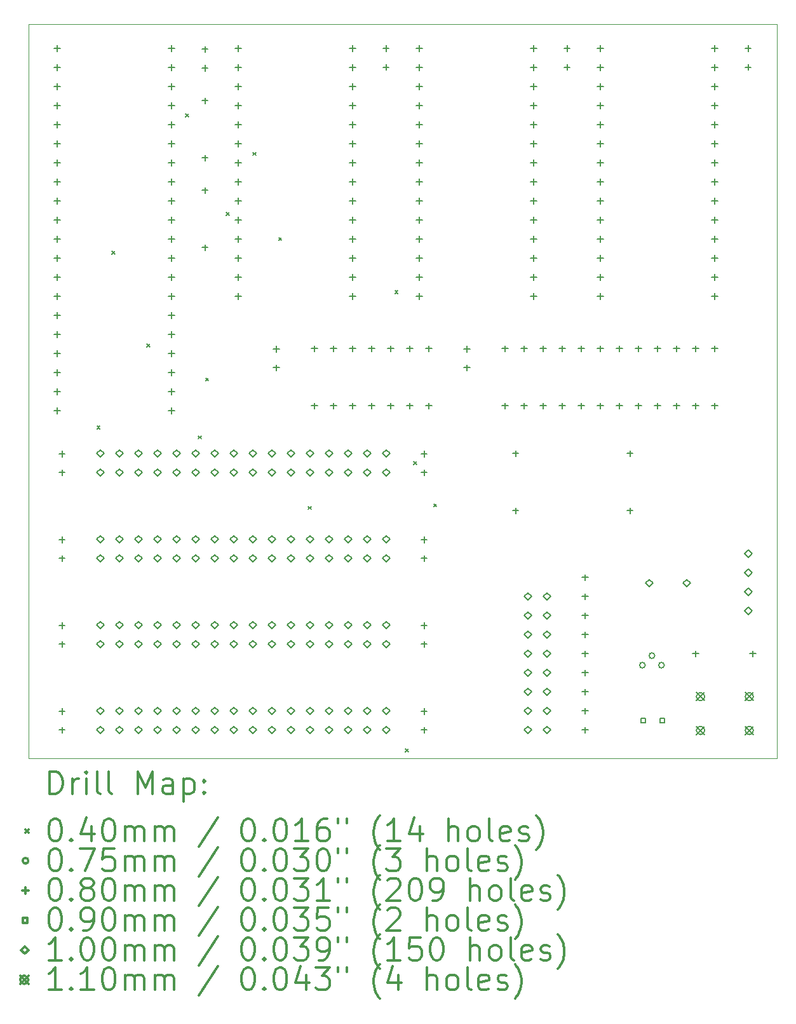
<source format=gbr>
%FSLAX45Y45*%
G04 Gerber Fmt 4.5, Leading zero omitted, Abs format (unit mm)*
G04 Created by KiCad (PCBNEW (5.1.9-0-10_14)) date 2021-03-08 16:44:19*
%MOMM*%
%LPD*%
G01*
G04 APERTURE LIST*
%TA.AperFunction,Profile*%
%ADD10C,0.100000*%
%TD*%
%ADD11C,0.200000*%
%ADD12C,0.300000*%
G04 APERTURE END LIST*
D10*
X18669000Y-4191000D02*
X18669000Y-13970000D01*
X8699500Y-4191000D02*
X18669000Y-4191000D01*
X8699500Y-13970000D02*
X8699500Y-4191000D01*
X18669000Y-13970000D02*
X8699500Y-13970000D01*
D11*
X9609980Y-9538040D02*
X9649980Y-9578040D01*
X9649980Y-9538040D02*
X9609980Y-9578040D01*
X9807910Y-7208710D02*
X9847910Y-7248710D01*
X9847910Y-7208710D02*
X9807910Y-7248710D01*
X10276110Y-8444770D02*
X10316110Y-8484770D01*
X10316110Y-8444770D02*
X10276110Y-8484770D01*
X10793060Y-5379120D02*
X10833060Y-5419120D01*
X10833060Y-5379120D02*
X10793060Y-5419120D01*
X10960660Y-9669860D02*
X11000660Y-9709860D01*
X11000660Y-9669860D02*
X10960660Y-9709860D01*
X11056960Y-8900180D02*
X11096960Y-8940180D01*
X11096960Y-8900180D02*
X11056960Y-8940180D01*
X11330990Y-6696890D02*
X11370990Y-6736890D01*
X11370990Y-6696890D02*
X11330990Y-6736890D01*
X11688460Y-5893030D02*
X11728460Y-5933030D01*
X11728460Y-5893030D02*
X11688460Y-5933030D01*
X12031630Y-7028500D02*
X12071630Y-7068500D01*
X12071630Y-7028500D02*
X12031630Y-7068500D01*
X12426000Y-10609910D02*
X12466000Y-10649910D01*
X12466000Y-10609910D02*
X12426000Y-10649910D01*
X13580470Y-7732970D02*
X13620470Y-7772970D01*
X13620470Y-7732970D02*
X13580470Y-7772970D01*
X13720360Y-13839210D02*
X13760360Y-13879210D01*
X13760360Y-13839210D02*
X13720360Y-13879210D01*
X13828400Y-10013000D02*
X13868400Y-10053000D01*
X13868400Y-10013000D02*
X13828400Y-10053000D01*
X14096290Y-10575810D02*
X14136290Y-10615810D01*
X14136290Y-10575810D02*
X14096290Y-10615810D01*
X16915800Y-12725400D02*
G75*
G03*
X16915800Y-12725400I-37500J0D01*
G01*
X17042800Y-12598400D02*
G75*
G03*
X17042800Y-12598400I-37500J0D01*
G01*
X17169800Y-12725400D02*
G75*
G03*
X17169800Y-12725400I-37500J0D01*
G01*
X9080500Y-4468500D02*
X9080500Y-4548500D01*
X9040500Y-4508500D02*
X9120500Y-4508500D01*
X9080500Y-4722500D02*
X9080500Y-4802500D01*
X9040500Y-4762500D02*
X9120500Y-4762500D01*
X9080500Y-4976500D02*
X9080500Y-5056500D01*
X9040500Y-5016500D02*
X9120500Y-5016500D01*
X9080500Y-5230500D02*
X9080500Y-5310500D01*
X9040500Y-5270500D02*
X9120500Y-5270500D01*
X9080500Y-5484500D02*
X9080500Y-5564500D01*
X9040500Y-5524500D02*
X9120500Y-5524500D01*
X9080500Y-5738500D02*
X9080500Y-5818500D01*
X9040500Y-5778500D02*
X9120500Y-5778500D01*
X9080500Y-5992500D02*
X9080500Y-6072500D01*
X9040500Y-6032500D02*
X9120500Y-6032500D01*
X9080500Y-6246500D02*
X9080500Y-6326500D01*
X9040500Y-6286500D02*
X9120500Y-6286500D01*
X9080500Y-6500500D02*
X9080500Y-6580500D01*
X9040500Y-6540500D02*
X9120500Y-6540500D01*
X9080500Y-6754500D02*
X9080500Y-6834500D01*
X9040500Y-6794500D02*
X9120500Y-6794500D01*
X9080500Y-7008500D02*
X9080500Y-7088500D01*
X9040500Y-7048500D02*
X9120500Y-7048500D01*
X9080500Y-7262500D02*
X9080500Y-7342500D01*
X9040500Y-7302500D02*
X9120500Y-7302500D01*
X9080500Y-7516500D02*
X9080500Y-7596500D01*
X9040500Y-7556500D02*
X9120500Y-7556500D01*
X9080500Y-7770500D02*
X9080500Y-7850500D01*
X9040500Y-7810500D02*
X9120500Y-7810500D01*
X9080500Y-8024500D02*
X9080500Y-8104500D01*
X9040500Y-8064500D02*
X9120500Y-8064500D01*
X9080500Y-8278500D02*
X9080500Y-8358500D01*
X9040500Y-8318500D02*
X9120500Y-8318500D01*
X9080500Y-8532500D02*
X9080500Y-8612500D01*
X9040500Y-8572500D02*
X9120500Y-8572500D01*
X9080500Y-8786500D02*
X9080500Y-8866500D01*
X9040500Y-8826500D02*
X9120500Y-8826500D01*
X9080500Y-9040500D02*
X9080500Y-9120500D01*
X9040500Y-9080500D02*
X9120500Y-9080500D01*
X9080500Y-9294500D02*
X9080500Y-9374500D01*
X9040500Y-9334500D02*
X9120500Y-9334500D01*
X9144000Y-9870000D02*
X9144000Y-9950000D01*
X9104000Y-9910000D02*
X9184000Y-9910000D01*
X9144000Y-10120000D02*
X9144000Y-10200000D01*
X9104000Y-10160000D02*
X9184000Y-10160000D01*
X9144000Y-11013000D02*
X9144000Y-11093000D01*
X9104000Y-11053000D02*
X9184000Y-11053000D01*
X9144000Y-11263000D02*
X9144000Y-11343000D01*
X9104000Y-11303000D02*
X9184000Y-11303000D01*
X9144000Y-12156000D02*
X9144000Y-12236000D01*
X9104000Y-12196000D02*
X9184000Y-12196000D01*
X9144000Y-12406000D02*
X9144000Y-12486000D01*
X9104000Y-12446000D02*
X9184000Y-12446000D01*
X9144000Y-13299000D02*
X9144000Y-13379000D01*
X9104000Y-13339000D02*
X9184000Y-13339000D01*
X9144000Y-13549000D02*
X9144000Y-13629000D01*
X9104000Y-13589000D02*
X9184000Y-13589000D01*
X10604500Y-4468500D02*
X10604500Y-4548500D01*
X10564500Y-4508500D02*
X10644500Y-4508500D01*
X10604500Y-4722500D02*
X10604500Y-4802500D01*
X10564500Y-4762500D02*
X10644500Y-4762500D01*
X10604500Y-4976500D02*
X10604500Y-5056500D01*
X10564500Y-5016500D02*
X10644500Y-5016500D01*
X10604500Y-5230500D02*
X10604500Y-5310500D01*
X10564500Y-5270500D02*
X10644500Y-5270500D01*
X10604500Y-5484500D02*
X10604500Y-5564500D01*
X10564500Y-5524500D02*
X10644500Y-5524500D01*
X10604500Y-5738500D02*
X10604500Y-5818500D01*
X10564500Y-5778500D02*
X10644500Y-5778500D01*
X10604500Y-5992500D02*
X10604500Y-6072500D01*
X10564500Y-6032500D02*
X10644500Y-6032500D01*
X10604500Y-6246500D02*
X10604500Y-6326500D01*
X10564500Y-6286500D02*
X10644500Y-6286500D01*
X10604500Y-6500500D02*
X10604500Y-6580500D01*
X10564500Y-6540500D02*
X10644500Y-6540500D01*
X10604500Y-6754500D02*
X10604500Y-6834500D01*
X10564500Y-6794500D02*
X10644500Y-6794500D01*
X10604500Y-7008500D02*
X10604500Y-7088500D01*
X10564500Y-7048500D02*
X10644500Y-7048500D01*
X10604500Y-7262500D02*
X10604500Y-7342500D01*
X10564500Y-7302500D02*
X10644500Y-7302500D01*
X10604500Y-7516500D02*
X10604500Y-7596500D01*
X10564500Y-7556500D02*
X10644500Y-7556500D01*
X10604500Y-7770500D02*
X10604500Y-7850500D01*
X10564500Y-7810500D02*
X10644500Y-7810500D01*
X10604500Y-8024500D02*
X10604500Y-8104500D01*
X10564500Y-8064500D02*
X10644500Y-8064500D01*
X10604500Y-8278500D02*
X10604500Y-8358500D01*
X10564500Y-8318500D02*
X10644500Y-8318500D01*
X10604500Y-8532500D02*
X10604500Y-8612500D01*
X10564500Y-8572500D02*
X10644500Y-8572500D01*
X10604500Y-8786500D02*
X10604500Y-8866500D01*
X10564500Y-8826500D02*
X10644500Y-8826500D01*
X10604500Y-9040500D02*
X10604500Y-9120500D01*
X10564500Y-9080500D02*
X10644500Y-9080500D01*
X10604500Y-9294500D02*
X10604500Y-9374500D01*
X10564500Y-9334500D02*
X10644500Y-9334500D01*
X11049000Y-4481200D02*
X11049000Y-4561200D01*
X11009000Y-4521200D02*
X11089000Y-4521200D01*
X11049000Y-4731200D02*
X11049000Y-4811200D01*
X11009000Y-4771200D02*
X11089000Y-4771200D01*
X11049000Y-5167000D02*
X11049000Y-5247000D01*
X11009000Y-5207000D02*
X11089000Y-5207000D01*
X11049000Y-5929000D02*
X11049000Y-6009000D01*
X11009000Y-5969000D02*
X11089000Y-5969000D01*
X11049000Y-6360800D02*
X11049000Y-6440800D01*
X11009000Y-6400800D02*
X11089000Y-6400800D01*
X11049000Y-7122800D02*
X11049000Y-7202800D01*
X11009000Y-7162800D02*
X11089000Y-7162800D01*
X11493500Y-4468500D02*
X11493500Y-4548500D01*
X11453500Y-4508500D02*
X11533500Y-4508500D01*
X11493500Y-4722500D02*
X11493500Y-4802500D01*
X11453500Y-4762500D02*
X11533500Y-4762500D01*
X11493500Y-4976500D02*
X11493500Y-5056500D01*
X11453500Y-5016500D02*
X11533500Y-5016500D01*
X11493500Y-5230500D02*
X11493500Y-5310500D01*
X11453500Y-5270500D02*
X11533500Y-5270500D01*
X11493500Y-5484500D02*
X11493500Y-5564500D01*
X11453500Y-5524500D02*
X11533500Y-5524500D01*
X11493500Y-5738500D02*
X11493500Y-5818500D01*
X11453500Y-5778500D02*
X11533500Y-5778500D01*
X11493500Y-5992500D02*
X11493500Y-6072500D01*
X11453500Y-6032500D02*
X11533500Y-6032500D01*
X11493500Y-6246500D02*
X11493500Y-6326500D01*
X11453500Y-6286500D02*
X11533500Y-6286500D01*
X11493500Y-6500500D02*
X11493500Y-6580500D01*
X11453500Y-6540500D02*
X11533500Y-6540500D01*
X11493500Y-6754500D02*
X11493500Y-6834500D01*
X11453500Y-6794500D02*
X11533500Y-6794500D01*
X11493500Y-7008500D02*
X11493500Y-7088500D01*
X11453500Y-7048500D02*
X11533500Y-7048500D01*
X11493500Y-7262500D02*
X11493500Y-7342500D01*
X11453500Y-7302500D02*
X11533500Y-7302500D01*
X11493500Y-7516500D02*
X11493500Y-7596500D01*
X11453500Y-7556500D02*
X11533500Y-7556500D01*
X11493500Y-7770500D02*
X11493500Y-7850500D01*
X11453500Y-7810500D02*
X11533500Y-7810500D01*
X12001500Y-8473000D02*
X12001500Y-8553000D01*
X11961500Y-8513000D02*
X12041500Y-8513000D01*
X12001500Y-8723000D02*
X12001500Y-8803000D01*
X11961500Y-8763000D02*
X12041500Y-8763000D01*
X12509500Y-8469000D02*
X12509500Y-8549000D01*
X12469500Y-8509000D02*
X12549500Y-8509000D01*
X12509500Y-9231000D02*
X12509500Y-9311000D01*
X12469500Y-9271000D02*
X12549500Y-9271000D01*
X12763500Y-8469000D02*
X12763500Y-8549000D01*
X12723500Y-8509000D02*
X12803500Y-8509000D01*
X12763500Y-9231000D02*
X12763500Y-9311000D01*
X12723500Y-9271000D02*
X12803500Y-9271000D01*
X13017500Y-4468500D02*
X13017500Y-4548500D01*
X12977500Y-4508500D02*
X13057500Y-4508500D01*
X13017500Y-4722500D02*
X13017500Y-4802500D01*
X12977500Y-4762500D02*
X13057500Y-4762500D01*
X13017500Y-4976500D02*
X13017500Y-5056500D01*
X12977500Y-5016500D02*
X13057500Y-5016500D01*
X13017500Y-5230500D02*
X13017500Y-5310500D01*
X12977500Y-5270500D02*
X13057500Y-5270500D01*
X13017500Y-5484500D02*
X13017500Y-5564500D01*
X12977500Y-5524500D02*
X13057500Y-5524500D01*
X13017500Y-5738500D02*
X13017500Y-5818500D01*
X12977500Y-5778500D02*
X13057500Y-5778500D01*
X13017500Y-5992500D02*
X13017500Y-6072500D01*
X12977500Y-6032500D02*
X13057500Y-6032500D01*
X13017500Y-6246500D02*
X13017500Y-6326500D01*
X12977500Y-6286500D02*
X13057500Y-6286500D01*
X13017500Y-6500500D02*
X13017500Y-6580500D01*
X12977500Y-6540500D02*
X13057500Y-6540500D01*
X13017500Y-6754500D02*
X13017500Y-6834500D01*
X12977500Y-6794500D02*
X13057500Y-6794500D01*
X13017500Y-7008500D02*
X13017500Y-7088500D01*
X12977500Y-7048500D02*
X13057500Y-7048500D01*
X13017500Y-7262500D02*
X13017500Y-7342500D01*
X12977500Y-7302500D02*
X13057500Y-7302500D01*
X13017500Y-7516500D02*
X13017500Y-7596500D01*
X12977500Y-7556500D02*
X13057500Y-7556500D01*
X13017500Y-7770500D02*
X13017500Y-7850500D01*
X12977500Y-7810500D02*
X13057500Y-7810500D01*
X13017500Y-8469000D02*
X13017500Y-8549000D01*
X12977500Y-8509000D02*
X13057500Y-8509000D01*
X13017500Y-9231000D02*
X13017500Y-9311000D01*
X12977500Y-9271000D02*
X13057500Y-9271000D01*
X13271500Y-8469000D02*
X13271500Y-8549000D01*
X13231500Y-8509000D02*
X13311500Y-8509000D01*
X13271500Y-9231000D02*
X13271500Y-9311000D01*
X13231500Y-9271000D02*
X13311500Y-9271000D01*
X13462000Y-4468500D02*
X13462000Y-4548500D01*
X13422000Y-4508500D02*
X13502000Y-4508500D01*
X13462000Y-4718500D02*
X13462000Y-4798500D01*
X13422000Y-4758500D02*
X13502000Y-4758500D01*
X13525500Y-8469000D02*
X13525500Y-8549000D01*
X13485500Y-8509000D02*
X13565500Y-8509000D01*
X13525500Y-9231000D02*
X13525500Y-9311000D01*
X13485500Y-9271000D02*
X13565500Y-9271000D01*
X13779500Y-8469000D02*
X13779500Y-8549000D01*
X13739500Y-8509000D02*
X13819500Y-8509000D01*
X13779500Y-9231000D02*
X13779500Y-9311000D01*
X13739500Y-9271000D02*
X13819500Y-9271000D01*
X13906500Y-4468500D02*
X13906500Y-4548500D01*
X13866500Y-4508500D02*
X13946500Y-4508500D01*
X13906500Y-4722500D02*
X13906500Y-4802500D01*
X13866500Y-4762500D02*
X13946500Y-4762500D01*
X13906500Y-4976500D02*
X13906500Y-5056500D01*
X13866500Y-5016500D02*
X13946500Y-5016500D01*
X13906500Y-5230500D02*
X13906500Y-5310500D01*
X13866500Y-5270500D02*
X13946500Y-5270500D01*
X13906500Y-5484500D02*
X13906500Y-5564500D01*
X13866500Y-5524500D02*
X13946500Y-5524500D01*
X13906500Y-5738500D02*
X13906500Y-5818500D01*
X13866500Y-5778500D02*
X13946500Y-5778500D01*
X13906500Y-5992500D02*
X13906500Y-6072500D01*
X13866500Y-6032500D02*
X13946500Y-6032500D01*
X13906500Y-6246500D02*
X13906500Y-6326500D01*
X13866500Y-6286500D02*
X13946500Y-6286500D01*
X13906500Y-6500500D02*
X13906500Y-6580500D01*
X13866500Y-6540500D02*
X13946500Y-6540500D01*
X13906500Y-6754500D02*
X13906500Y-6834500D01*
X13866500Y-6794500D02*
X13946500Y-6794500D01*
X13906500Y-7008500D02*
X13906500Y-7088500D01*
X13866500Y-7048500D02*
X13946500Y-7048500D01*
X13906500Y-7262500D02*
X13906500Y-7342500D01*
X13866500Y-7302500D02*
X13946500Y-7302500D01*
X13906500Y-7516500D02*
X13906500Y-7596500D01*
X13866500Y-7556500D02*
X13946500Y-7556500D01*
X13906500Y-7770500D02*
X13906500Y-7850500D01*
X13866500Y-7810500D02*
X13946500Y-7810500D01*
X13970000Y-9870000D02*
X13970000Y-9950000D01*
X13930000Y-9910000D02*
X14010000Y-9910000D01*
X13970000Y-10120000D02*
X13970000Y-10200000D01*
X13930000Y-10160000D02*
X14010000Y-10160000D01*
X13970000Y-11013000D02*
X13970000Y-11093000D01*
X13930000Y-11053000D02*
X14010000Y-11053000D01*
X13970000Y-11263000D02*
X13970000Y-11343000D01*
X13930000Y-11303000D02*
X14010000Y-11303000D01*
X13970000Y-12156000D02*
X13970000Y-12236000D01*
X13930000Y-12196000D02*
X14010000Y-12196000D01*
X13970000Y-12406000D02*
X13970000Y-12486000D01*
X13930000Y-12446000D02*
X14010000Y-12446000D01*
X13970000Y-13299000D02*
X13970000Y-13379000D01*
X13930000Y-13339000D02*
X14010000Y-13339000D01*
X13970000Y-13549000D02*
X13970000Y-13629000D01*
X13930000Y-13589000D02*
X14010000Y-13589000D01*
X14033500Y-8469000D02*
X14033500Y-8549000D01*
X13993500Y-8509000D02*
X14073500Y-8509000D01*
X14033500Y-9231000D02*
X14033500Y-9311000D01*
X13993500Y-9271000D02*
X14073500Y-9271000D01*
X14541500Y-8473000D02*
X14541500Y-8553000D01*
X14501500Y-8513000D02*
X14581500Y-8513000D01*
X14541500Y-8723000D02*
X14541500Y-8803000D01*
X14501500Y-8763000D02*
X14581500Y-8763000D01*
X15049500Y-8469000D02*
X15049500Y-8549000D01*
X15009500Y-8509000D02*
X15089500Y-8509000D01*
X15049500Y-9231000D02*
X15049500Y-9311000D01*
X15009500Y-9271000D02*
X15089500Y-9271000D01*
X15189200Y-9866000D02*
X15189200Y-9946000D01*
X15149200Y-9906000D02*
X15229200Y-9906000D01*
X15189200Y-10628000D02*
X15189200Y-10708000D01*
X15149200Y-10668000D02*
X15229200Y-10668000D01*
X15303500Y-8469000D02*
X15303500Y-8549000D01*
X15263500Y-8509000D02*
X15343500Y-8509000D01*
X15303500Y-9231000D02*
X15303500Y-9311000D01*
X15263500Y-9271000D02*
X15343500Y-9271000D01*
X15430500Y-4468500D02*
X15430500Y-4548500D01*
X15390500Y-4508500D02*
X15470500Y-4508500D01*
X15430500Y-4722500D02*
X15430500Y-4802500D01*
X15390500Y-4762500D02*
X15470500Y-4762500D01*
X15430500Y-4976500D02*
X15430500Y-5056500D01*
X15390500Y-5016500D02*
X15470500Y-5016500D01*
X15430500Y-5230500D02*
X15430500Y-5310500D01*
X15390500Y-5270500D02*
X15470500Y-5270500D01*
X15430500Y-5484500D02*
X15430500Y-5564500D01*
X15390500Y-5524500D02*
X15470500Y-5524500D01*
X15430500Y-5738500D02*
X15430500Y-5818500D01*
X15390500Y-5778500D02*
X15470500Y-5778500D01*
X15430500Y-5992500D02*
X15430500Y-6072500D01*
X15390500Y-6032500D02*
X15470500Y-6032500D01*
X15430500Y-6246500D02*
X15430500Y-6326500D01*
X15390500Y-6286500D02*
X15470500Y-6286500D01*
X15430500Y-6500500D02*
X15430500Y-6580500D01*
X15390500Y-6540500D02*
X15470500Y-6540500D01*
X15430500Y-6754500D02*
X15430500Y-6834500D01*
X15390500Y-6794500D02*
X15470500Y-6794500D01*
X15430500Y-7008500D02*
X15430500Y-7088500D01*
X15390500Y-7048500D02*
X15470500Y-7048500D01*
X15430500Y-7262500D02*
X15430500Y-7342500D01*
X15390500Y-7302500D02*
X15470500Y-7302500D01*
X15430500Y-7516500D02*
X15430500Y-7596500D01*
X15390500Y-7556500D02*
X15470500Y-7556500D01*
X15430500Y-7770500D02*
X15430500Y-7850500D01*
X15390500Y-7810500D02*
X15470500Y-7810500D01*
X15557500Y-8469000D02*
X15557500Y-8549000D01*
X15517500Y-8509000D02*
X15597500Y-8509000D01*
X15557500Y-9231000D02*
X15557500Y-9311000D01*
X15517500Y-9271000D02*
X15597500Y-9271000D01*
X15811500Y-8469000D02*
X15811500Y-8549000D01*
X15771500Y-8509000D02*
X15851500Y-8509000D01*
X15811500Y-9231000D02*
X15811500Y-9311000D01*
X15771500Y-9271000D02*
X15851500Y-9271000D01*
X15875000Y-4468500D02*
X15875000Y-4548500D01*
X15835000Y-4508500D02*
X15915000Y-4508500D01*
X15875000Y-4718500D02*
X15875000Y-4798500D01*
X15835000Y-4758500D02*
X15915000Y-4758500D01*
X16065500Y-8469000D02*
X16065500Y-8549000D01*
X16025500Y-8509000D02*
X16105500Y-8509000D01*
X16065500Y-9231000D02*
X16065500Y-9311000D01*
X16025500Y-9271000D02*
X16105500Y-9271000D01*
X16116300Y-11517000D02*
X16116300Y-11597000D01*
X16076300Y-11557000D02*
X16156300Y-11557000D01*
X16116300Y-11771000D02*
X16116300Y-11851000D01*
X16076300Y-11811000D02*
X16156300Y-11811000D01*
X16116300Y-12025000D02*
X16116300Y-12105000D01*
X16076300Y-12065000D02*
X16156300Y-12065000D01*
X16116300Y-12279000D02*
X16116300Y-12359000D01*
X16076300Y-12319000D02*
X16156300Y-12319000D01*
X16116300Y-12533000D02*
X16116300Y-12613000D01*
X16076300Y-12573000D02*
X16156300Y-12573000D01*
X16116300Y-12787000D02*
X16116300Y-12867000D01*
X16076300Y-12827000D02*
X16156300Y-12827000D01*
X16116300Y-13041000D02*
X16116300Y-13121000D01*
X16076300Y-13081000D02*
X16156300Y-13081000D01*
X16116300Y-13295000D02*
X16116300Y-13375000D01*
X16076300Y-13335000D02*
X16156300Y-13335000D01*
X16116300Y-13549000D02*
X16116300Y-13629000D01*
X16076300Y-13589000D02*
X16156300Y-13589000D01*
X16319500Y-4468500D02*
X16319500Y-4548500D01*
X16279500Y-4508500D02*
X16359500Y-4508500D01*
X16319500Y-4722500D02*
X16319500Y-4802500D01*
X16279500Y-4762500D02*
X16359500Y-4762500D01*
X16319500Y-4976500D02*
X16319500Y-5056500D01*
X16279500Y-5016500D02*
X16359500Y-5016500D01*
X16319500Y-5230500D02*
X16319500Y-5310500D01*
X16279500Y-5270500D02*
X16359500Y-5270500D01*
X16319500Y-5484500D02*
X16319500Y-5564500D01*
X16279500Y-5524500D02*
X16359500Y-5524500D01*
X16319500Y-5738500D02*
X16319500Y-5818500D01*
X16279500Y-5778500D02*
X16359500Y-5778500D01*
X16319500Y-5992500D02*
X16319500Y-6072500D01*
X16279500Y-6032500D02*
X16359500Y-6032500D01*
X16319500Y-6246500D02*
X16319500Y-6326500D01*
X16279500Y-6286500D02*
X16359500Y-6286500D01*
X16319500Y-6500500D02*
X16319500Y-6580500D01*
X16279500Y-6540500D02*
X16359500Y-6540500D01*
X16319500Y-6754500D02*
X16319500Y-6834500D01*
X16279500Y-6794500D02*
X16359500Y-6794500D01*
X16319500Y-7008500D02*
X16319500Y-7088500D01*
X16279500Y-7048500D02*
X16359500Y-7048500D01*
X16319500Y-7262500D02*
X16319500Y-7342500D01*
X16279500Y-7302500D02*
X16359500Y-7302500D01*
X16319500Y-7516500D02*
X16319500Y-7596500D01*
X16279500Y-7556500D02*
X16359500Y-7556500D01*
X16319500Y-7770500D02*
X16319500Y-7850500D01*
X16279500Y-7810500D02*
X16359500Y-7810500D01*
X16319500Y-8469000D02*
X16319500Y-8549000D01*
X16279500Y-8509000D02*
X16359500Y-8509000D01*
X16319500Y-9231000D02*
X16319500Y-9311000D01*
X16279500Y-9271000D02*
X16359500Y-9271000D01*
X16573500Y-8469000D02*
X16573500Y-8549000D01*
X16533500Y-8509000D02*
X16613500Y-8509000D01*
X16573500Y-9231000D02*
X16573500Y-9311000D01*
X16533500Y-9271000D02*
X16613500Y-9271000D01*
X16713200Y-9866000D02*
X16713200Y-9946000D01*
X16673200Y-9906000D02*
X16753200Y-9906000D01*
X16713200Y-10628000D02*
X16713200Y-10708000D01*
X16673200Y-10668000D02*
X16753200Y-10668000D01*
X16827500Y-8469000D02*
X16827500Y-8549000D01*
X16787500Y-8509000D02*
X16867500Y-8509000D01*
X16827500Y-9231000D02*
X16827500Y-9311000D01*
X16787500Y-9271000D02*
X16867500Y-9271000D01*
X17081500Y-8469000D02*
X17081500Y-8549000D01*
X17041500Y-8509000D02*
X17121500Y-8509000D01*
X17081500Y-9231000D02*
X17081500Y-9311000D01*
X17041500Y-9271000D02*
X17121500Y-9271000D01*
X17335500Y-8469000D02*
X17335500Y-8549000D01*
X17295500Y-8509000D02*
X17375500Y-8509000D01*
X17335500Y-9231000D02*
X17335500Y-9311000D01*
X17295500Y-9271000D02*
X17375500Y-9271000D01*
X17589500Y-8469000D02*
X17589500Y-8549000D01*
X17549500Y-8509000D02*
X17629500Y-8509000D01*
X17589500Y-9231000D02*
X17589500Y-9311000D01*
X17549500Y-9271000D02*
X17629500Y-9271000D01*
X17589500Y-12533000D02*
X17589500Y-12613000D01*
X17549500Y-12573000D02*
X17629500Y-12573000D01*
X17843500Y-4468500D02*
X17843500Y-4548500D01*
X17803500Y-4508500D02*
X17883500Y-4508500D01*
X17843500Y-4722500D02*
X17843500Y-4802500D01*
X17803500Y-4762500D02*
X17883500Y-4762500D01*
X17843500Y-4976500D02*
X17843500Y-5056500D01*
X17803500Y-5016500D02*
X17883500Y-5016500D01*
X17843500Y-5230500D02*
X17843500Y-5310500D01*
X17803500Y-5270500D02*
X17883500Y-5270500D01*
X17843500Y-5484500D02*
X17843500Y-5564500D01*
X17803500Y-5524500D02*
X17883500Y-5524500D01*
X17843500Y-5738500D02*
X17843500Y-5818500D01*
X17803500Y-5778500D02*
X17883500Y-5778500D01*
X17843500Y-5992500D02*
X17843500Y-6072500D01*
X17803500Y-6032500D02*
X17883500Y-6032500D01*
X17843500Y-6246500D02*
X17843500Y-6326500D01*
X17803500Y-6286500D02*
X17883500Y-6286500D01*
X17843500Y-6500500D02*
X17843500Y-6580500D01*
X17803500Y-6540500D02*
X17883500Y-6540500D01*
X17843500Y-6754500D02*
X17843500Y-6834500D01*
X17803500Y-6794500D02*
X17883500Y-6794500D01*
X17843500Y-7008500D02*
X17843500Y-7088500D01*
X17803500Y-7048500D02*
X17883500Y-7048500D01*
X17843500Y-7262500D02*
X17843500Y-7342500D01*
X17803500Y-7302500D02*
X17883500Y-7302500D01*
X17843500Y-7516500D02*
X17843500Y-7596500D01*
X17803500Y-7556500D02*
X17883500Y-7556500D01*
X17843500Y-7770500D02*
X17843500Y-7850500D01*
X17803500Y-7810500D02*
X17883500Y-7810500D01*
X17843500Y-8469000D02*
X17843500Y-8549000D01*
X17803500Y-8509000D02*
X17883500Y-8509000D01*
X17843500Y-9231000D02*
X17843500Y-9311000D01*
X17803500Y-9271000D02*
X17883500Y-9271000D01*
X18288000Y-4468500D02*
X18288000Y-4548500D01*
X18248000Y-4508500D02*
X18328000Y-4508500D01*
X18288000Y-4718500D02*
X18288000Y-4798500D01*
X18248000Y-4758500D02*
X18328000Y-4758500D01*
X18351500Y-12533000D02*
X18351500Y-12613000D01*
X18311500Y-12573000D02*
X18391500Y-12573000D01*
X16922820Y-13493820D02*
X16922820Y-13430180D01*
X16859180Y-13430180D01*
X16859180Y-13493820D01*
X16922820Y-13493820D01*
X17176820Y-13493820D02*
X17176820Y-13430180D01*
X17113180Y-13430180D01*
X17113180Y-13493820D01*
X17176820Y-13493820D01*
X9652000Y-9956000D02*
X9702000Y-9906000D01*
X9652000Y-9856000D01*
X9602000Y-9906000D01*
X9652000Y-9956000D01*
X9652000Y-10210000D02*
X9702000Y-10160000D01*
X9652000Y-10110000D01*
X9602000Y-10160000D01*
X9652000Y-10210000D01*
X9652000Y-11099000D02*
X9702000Y-11049000D01*
X9652000Y-10999000D01*
X9602000Y-11049000D01*
X9652000Y-11099000D01*
X9652000Y-11353000D02*
X9702000Y-11303000D01*
X9652000Y-11253000D01*
X9602000Y-11303000D01*
X9652000Y-11353000D01*
X9652000Y-12242000D02*
X9702000Y-12192000D01*
X9652000Y-12142000D01*
X9602000Y-12192000D01*
X9652000Y-12242000D01*
X9652000Y-12496000D02*
X9702000Y-12446000D01*
X9652000Y-12396000D01*
X9602000Y-12446000D01*
X9652000Y-12496000D01*
X9652000Y-13385000D02*
X9702000Y-13335000D01*
X9652000Y-13285000D01*
X9602000Y-13335000D01*
X9652000Y-13385000D01*
X9652000Y-13639000D02*
X9702000Y-13589000D01*
X9652000Y-13539000D01*
X9602000Y-13589000D01*
X9652000Y-13639000D01*
X9906000Y-9956000D02*
X9956000Y-9906000D01*
X9906000Y-9856000D01*
X9856000Y-9906000D01*
X9906000Y-9956000D01*
X9906000Y-10210000D02*
X9956000Y-10160000D01*
X9906000Y-10110000D01*
X9856000Y-10160000D01*
X9906000Y-10210000D01*
X9906000Y-11099000D02*
X9956000Y-11049000D01*
X9906000Y-10999000D01*
X9856000Y-11049000D01*
X9906000Y-11099000D01*
X9906000Y-11353000D02*
X9956000Y-11303000D01*
X9906000Y-11253000D01*
X9856000Y-11303000D01*
X9906000Y-11353000D01*
X9906000Y-12242000D02*
X9956000Y-12192000D01*
X9906000Y-12142000D01*
X9856000Y-12192000D01*
X9906000Y-12242000D01*
X9906000Y-12496000D02*
X9956000Y-12446000D01*
X9906000Y-12396000D01*
X9856000Y-12446000D01*
X9906000Y-12496000D01*
X9906000Y-13385000D02*
X9956000Y-13335000D01*
X9906000Y-13285000D01*
X9856000Y-13335000D01*
X9906000Y-13385000D01*
X9906000Y-13639000D02*
X9956000Y-13589000D01*
X9906000Y-13539000D01*
X9856000Y-13589000D01*
X9906000Y-13639000D01*
X10160000Y-9956000D02*
X10210000Y-9906000D01*
X10160000Y-9856000D01*
X10110000Y-9906000D01*
X10160000Y-9956000D01*
X10160000Y-10210000D02*
X10210000Y-10160000D01*
X10160000Y-10110000D01*
X10110000Y-10160000D01*
X10160000Y-10210000D01*
X10160000Y-11099000D02*
X10210000Y-11049000D01*
X10160000Y-10999000D01*
X10110000Y-11049000D01*
X10160000Y-11099000D01*
X10160000Y-11353000D02*
X10210000Y-11303000D01*
X10160000Y-11253000D01*
X10110000Y-11303000D01*
X10160000Y-11353000D01*
X10160000Y-12242000D02*
X10210000Y-12192000D01*
X10160000Y-12142000D01*
X10110000Y-12192000D01*
X10160000Y-12242000D01*
X10160000Y-12496000D02*
X10210000Y-12446000D01*
X10160000Y-12396000D01*
X10110000Y-12446000D01*
X10160000Y-12496000D01*
X10160000Y-13385000D02*
X10210000Y-13335000D01*
X10160000Y-13285000D01*
X10110000Y-13335000D01*
X10160000Y-13385000D01*
X10160000Y-13639000D02*
X10210000Y-13589000D01*
X10160000Y-13539000D01*
X10110000Y-13589000D01*
X10160000Y-13639000D01*
X10414000Y-9956000D02*
X10464000Y-9906000D01*
X10414000Y-9856000D01*
X10364000Y-9906000D01*
X10414000Y-9956000D01*
X10414000Y-10210000D02*
X10464000Y-10160000D01*
X10414000Y-10110000D01*
X10364000Y-10160000D01*
X10414000Y-10210000D01*
X10414000Y-11099000D02*
X10464000Y-11049000D01*
X10414000Y-10999000D01*
X10364000Y-11049000D01*
X10414000Y-11099000D01*
X10414000Y-11353000D02*
X10464000Y-11303000D01*
X10414000Y-11253000D01*
X10364000Y-11303000D01*
X10414000Y-11353000D01*
X10414000Y-12242000D02*
X10464000Y-12192000D01*
X10414000Y-12142000D01*
X10364000Y-12192000D01*
X10414000Y-12242000D01*
X10414000Y-12496000D02*
X10464000Y-12446000D01*
X10414000Y-12396000D01*
X10364000Y-12446000D01*
X10414000Y-12496000D01*
X10414000Y-13385000D02*
X10464000Y-13335000D01*
X10414000Y-13285000D01*
X10364000Y-13335000D01*
X10414000Y-13385000D01*
X10414000Y-13639000D02*
X10464000Y-13589000D01*
X10414000Y-13539000D01*
X10364000Y-13589000D01*
X10414000Y-13639000D01*
X10668000Y-9956000D02*
X10718000Y-9906000D01*
X10668000Y-9856000D01*
X10618000Y-9906000D01*
X10668000Y-9956000D01*
X10668000Y-10210000D02*
X10718000Y-10160000D01*
X10668000Y-10110000D01*
X10618000Y-10160000D01*
X10668000Y-10210000D01*
X10668000Y-11099000D02*
X10718000Y-11049000D01*
X10668000Y-10999000D01*
X10618000Y-11049000D01*
X10668000Y-11099000D01*
X10668000Y-11353000D02*
X10718000Y-11303000D01*
X10668000Y-11253000D01*
X10618000Y-11303000D01*
X10668000Y-11353000D01*
X10668000Y-12242000D02*
X10718000Y-12192000D01*
X10668000Y-12142000D01*
X10618000Y-12192000D01*
X10668000Y-12242000D01*
X10668000Y-12496000D02*
X10718000Y-12446000D01*
X10668000Y-12396000D01*
X10618000Y-12446000D01*
X10668000Y-12496000D01*
X10668000Y-13385000D02*
X10718000Y-13335000D01*
X10668000Y-13285000D01*
X10618000Y-13335000D01*
X10668000Y-13385000D01*
X10668000Y-13639000D02*
X10718000Y-13589000D01*
X10668000Y-13539000D01*
X10618000Y-13589000D01*
X10668000Y-13639000D01*
X10922000Y-9956000D02*
X10972000Y-9906000D01*
X10922000Y-9856000D01*
X10872000Y-9906000D01*
X10922000Y-9956000D01*
X10922000Y-10210000D02*
X10972000Y-10160000D01*
X10922000Y-10110000D01*
X10872000Y-10160000D01*
X10922000Y-10210000D01*
X10922000Y-11099000D02*
X10972000Y-11049000D01*
X10922000Y-10999000D01*
X10872000Y-11049000D01*
X10922000Y-11099000D01*
X10922000Y-11353000D02*
X10972000Y-11303000D01*
X10922000Y-11253000D01*
X10872000Y-11303000D01*
X10922000Y-11353000D01*
X10922000Y-12242000D02*
X10972000Y-12192000D01*
X10922000Y-12142000D01*
X10872000Y-12192000D01*
X10922000Y-12242000D01*
X10922000Y-12496000D02*
X10972000Y-12446000D01*
X10922000Y-12396000D01*
X10872000Y-12446000D01*
X10922000Y-12496000D01*
X10922000Y-13385000D02*
X10972000Y-13335000D01*
X10922000Y-13285000D01*
X10872000Y-13335000D01*
X10922000Y-13385000D01*
X10922000Y-13639000D02*
X10972000Y-13589000D01*
X10922000Y-13539000D01*
X10872000Y-13589000D01*
X10922000Y-13639000D01*
X11176000Y-9956000D02*
X11226000Y-9906000D01*
X11176000Y-9856000D01*
X11126000Y-9906000D01*
X11176000Y-9956000D01*
X11176000Y-10210000D02*
X11226000Y-10160000D01*
X11176000Y-10110000D01*
X11126000Y-10160000D01*
X11176000Y-10210000D01*
X11176000Y-11099000D02*
X11226000Y-11049000D01*
X11176000Y-10999000D01*
X11126000Y-11049000D01*
X11176000Y-11099000D01*
X11176000Y-11353000D02*
X11226000Y-11303000D01*
X11176000Y-11253000D01*
X11126000Y-11303000D01*
X11176000Y-11353000D01*
X11176000Y-12242000D02*
X11226000Y-12192000D01*
X11176000Y-12142000D01*
X11126000Y-12192000D01*
X11176000Y-12242000D01*
X11176000Y-12496000D02*
X11226000Y-12446000D01*
X11176000Y-12396000D01*
X11126000Y-12446000D01*
X11176000Y-12496000D01*
X11176000Y-13385000D02*
X11226000Y-13335000D01*
X11176000Y-13285000D01*
X11126000Y-13335000D01*
X11176000Y-13385000D01*
X11176000Y-13639000D02*
X11226000Y-13589000D01*
X11176000Y-13539000D01*
X11126000Y-13589000D01*
X11176000Y-13639000D01*
X11430000Y-9956000D02*
X11480000Y-9906000D01*
X11430000Y-9856000D01*
X11380000Y-9906000D01*
X11430000Y-9956000D01*
X11430000Y-10210000D02*
X11480000Y-10160000D01*
X11430000Y-10110000D01*
X11380000Y-10160000D01*
X11430000Y-10210000D01*
X11430000Y-11099000D02*
X11480000Y-11049000D01*
X11430000Y-10999000D01*
X11380000Y-11049000D01*
X11430000Y-11099000D01*
X11430000Y-11353000D02*
X11480000Y-11303000D01*
X11430000Y-11253000D01*
X11380000Y-11303000D01*
X11430000Y-11353000D01*
X11430000Y-12242000D02*
X11480000Y-12192000D01*
X11430000Y-12142000D01*
X11380000Y-12192000D01*
X11430000Y-12242000D01*
X11430000Y-12496000D02*
X11480000Y-12446000D01*
X11430000Y-12396000D01*
X11380000Y-12446000D01*
X11430000Y-12496000D01*
X11430000Y-13385000D02*
X11480000Y-13335000D01*
X11430000Y-13285000D01*
X11380000Y-13335000D01*
X11430000Y-13385000D01*
X11430000Y-13639000D02*
X11480000Y-13589000D01*
X11430000Y-13539000D01*
X11380000Y-13589000D01*
X11430000Y-13639000D01*
X11684000Y-9956000D02*
X11734000Y-9906000D01*
X11684000Y-9856000D01*
X11634000Y-9906000D01*
X11684000Y-9956000D01*
X11684000Y-10210000D02*
X11734000Y-10160000D01*
X11684000Y-10110000D01*
X11634000Y-10160000D01*
X11684000Y-10210000D01*
X11684000Y-11099000D02*
X11734000Y-11049000D01*
X11684000Y-10999000D01*
X11634000Y-11049000D01*
X11684000Y-11099000D01*
X11684000Y-11353000D02*
X11734000Y-11303000D01*
X11684000Y-11253000D01*
X11634000Y-11303000D01*
X11684000Y-11353000D01*
X11684000Y-12242000D02*
X11734000Y-12192000D01*
X11684000Y-12142000D01*
X11634000Y-12192000D01*
X11684000Y-12242000D01*
X11684000Y-12496000D02*
X11734000Y-12446000D01*
X11684000Y-12396000D01*
X11634000Y-12446000D01*
X11684000Y-12496000D01*
X11684000Y-13385000D02*
X11734000Y-13335000D01*
X11684000Y-13285000D01*
X11634000Y-13335000D01*
X11684000Y-13385000D01*
X11684000Y-13639000D02*
X11734000Y-13589000D01*
X11684000Y-13539000D01*
X11634000Y-13589000D01*
X11684000Y-13639000D01*
X11938000Y-9956000D02*
X11988000Y-9906000D01*
X11938000Y-9856000D01*
X11888000Y-9906000D01*
X11938000Y-9956000D01*
X11938000Y-10210000D02*
X11988000Y-10160000D01*
X11938000Y-10110000D01*
X11888000Y-10160000D01*
X11938000Y-10210000D01*
X11938000Y-11099000D02*
X11988000Y-11049000D01*
X11938000Y-10999000D01*
X11888000Y-11049000D01*
X11938000Y-11099000D01*
X11938000Y-11353000D02*
X11988000Y-11303000D01*
X11938000Y-11253000D01*
X11888000Y-11303000D01*
X11938000Y-11353000D01*
X11938000Y-12242000D02*
X11988000Y-12192000D01*
X11938000Y-12142000D01*
X11888000Y-12192000D01*
X11938000Y-12242000D01*
X11938000Y-12496000D02*
X11988000Y-12446000D01*
X11938000Y-12396000D01*
X11888000Y-12446000D01*
X11938000Y-12496000D01*
X11938000Y-13385000D02*
X11988000Y-13335000D01*
X11938000Y-13285000D01*
X11888000Y-13335000D01*
X11938000Y-13385000D01*
X11938000Y-13639000D02*
X11988000Y-13589000D01*
X11938000Y-13539000D01*
X11888000Y-13589000D01*
X11938000Y-13639000D01*
X12192000Y-9956000D02*
X12242000Y-9906000D01*
X12192000Y-9856000D01*
X12142000Y-9906000D01*
X12192000Y-9956000D01*
X12192000Y-10210000D02*
X12242000Y-10160000D01*
X12192000Y-10110000D01*
X12142000Y-10160000D01*
X12192000Y-10210000D01*
X12192000Y-11099000D02*
X12242000Y-11049000D01*
X12192000Y-10999000D01*
X12142000Y-11049000D01*
X12192000Y-11099000D01*
X12192000Y-11353000D02*
X12242000Y-11303000D01*
X12192000Y-11253000D01*
X12142000Y-11303000D01*
X12192000Y-11353000D01*
X12192000Y-12242000D02*
X12242000Y-12192000D01*
X12192000Y-12142000D01*
X12142000Y-12192000D01*
X12192000Y-12242000D01*
X12192000Y-12496000D02*
X12242000Y-12446000D01*
X12192000Y-12396000D01*
X12142000Y-12446000D01*
X12192000Y-12496000D01*
X12192000Y-13385000D02*
X12242000Y-13335000D01*
X12192000Y-13285000D01*
X12142000Y-13335000D01*
X12192000Y-13385000D01*
X12192000Y-13639000D02*
X12242000Y-13589000D01*
X12192000Y-13539000D01*
X12142000Y-13589000D01*
X12192000Y-13639000D01*
X12446000Y-9956000D02*
X12496000Y-9906000D01*
X12446000Y-9856000D01*
X12396000Y-9906000D01*
X12446000Y-9956000D01*
X12446000Y-10210000D02*
X12496000Y-10160000D01*
X12446000Y-10110000D01*
X12396000Y-10160000D01*
X12446000Y-10210000D01*
X12446000Y-11099000D02*
X12496000Y-11049000D01*
X12446000Y-10999000D01*
X12396000Y-11049000D01*
X12446000Y-11099000D01*
X12446000Y-11353000D02*
X12496000Y-11303000D01*
X12446000Y-11253000D01*
X12396000Y-11303000D01*
X12446000Y-11353000D01*
X12446000Y-12242000D02*
X12496000Y-12192000D01*
X12446000Y-12142000D01*
X12396000Y-12192000D01*
X12446000Y-12242000D01*
X12446000Y-12496000D02*
X12496000Y-12446000D01*
X12446000Y-12396000D01*
X12396000Y-12446000D01*
X12446000Y-12496000D01*
X12446000Y-13385000D02*
X12496000Y-13335000D01*
X12446000Y-13285000D01*
X12396000Y-13335000D01*
X12446000Y-13385000D01*
X12446000Y-13639000D02*
X12496000Y-13589000D01*
X12446000Y-13539000D01*
X12396000Y-13589000D01*
X12446000Y-13639000D01*
X12700000Y-9956000D02*
X12750000Y-9906000D01*
X12700000Y-9856000D01*
X12650000Y-9906000D01*
X12700000Y-9956000D01*
X12700000Y-10210000D02*
X12750000Y-10160000D01*
X12700000Y-10110000D01*
X12650000Y-10160000D01*
X12700000Y-10210000D01*
X12700000Y-11099000D02*
X12750000Y-11049000D01*
X12700000Y-10999000D01*
X12650000Y-11049000D01*
X12700000Y-11099000D01*
X12700000Y-11353000D02*
X12750000Y-11303000D01*
X12700000Y-11253000D01*
X12650000Y-11303000D01*
X12700000Y-11353000D01*
X12700000Y-12242000D02*
X12750000Y-12192000D01*
X12700000Y-12142000D01*
X12650000Y-12192000D01*
X12700000Y-12242000D01*
X12700000Y-12496000D02*
X12750000Y-12446000D01*
X12700000Y-12396000D01*
X12650000Y-12446000D01*
X12700000Y-12496000D01*
X12700000Y-13385000D02*
X12750000Y-13335000D01*
X12700000Y-13285000D01*
X12650000Y-13335000D01*
X12700000Y-13385000D01*
X12700000Y-13639000D02*
X12750000Y-13589000D01*
X12700000Y-13539000D01*
X12650000Y-13589000D01*
X12700000Y-13639000D01*
X12954000Y-9956000D02*
X13004000Y-9906000D01*
X12954000Y-9856000D01*
X12904000Y-9906000D01*
X12954000Y-9956000D01*
X12954000Y-10210000D02*
X13004000Y-10160000D01*
X12954000Y-10110000D01*
X12904000Y-10160000D01*
X12954000Y-10210000D01*
X12954000Y-11099000D02*
X13004000Y-11049000D01*
X12954000Y-10999000D01*
X12904000Y-11049000D01*
X12954000Y-11099000D01*
X12954000Y-11353000D02*
X13004000Y-11303000D01*
X12954000Y-11253000D01*
X12904000Y-11303000D01*
X12954000Y-11353000D01*
X12954000Y-12242000D02*
X13004000Y-12192000D01*
X12954000Y-12142000D01*
X12904000Y-12192000D01*
X12954000Y-12242000D01*
X12954000Y-12496000D02*
X13004000Y-12446000D01*
X12954000Y-12396000D01*
X12904000Y-12446000D01*
X12954000Y-12496000D01*
X12954000Y-13385000D02*
X13004000Y-13335000D01*
X12954000Y-13285000D01*
X12904000Y-13335000D01*
X12954000Y-13385000D01*
X12954000Y-13639000D02*
X13004000Y-13589000D01*
X12954000Y-13539000D01*
X12904000Y-13589000D01*
X12954000Y-13639000D01*
X13208000Y-9956000D02*
X13258000Y-9906000D01*
X13208000Y-9856000D01*
X13158000Y-9906000D01*
X13208000Y-9956000D01*
X13208000Y-10210000D02*
X13258000Y-10160000D01*
X13208000Y-10110000D01*
X13158000Y-10160000D01*
X13208000Y-10210000D01*
X13208000Y-11099000D02*
X13258000Y-11049000D01*
X13208000Y-10999000D01*
X13158000Y-11049000D01*
X13208000Y-11099000D01*
X13208000Y-11353000D02*
X13258000Y-11303000D01*
X13208000Y-11253000D01*
X13158000Y-11303000D01*
X13208000Y-11353000D01*
X13208000Y-12242000D02*
X13258000Y-12192000D01*
X13208000Y-12142000D01*
X13158000Y-12192000D01*
X13208000Y-12242000D01*
X13208000Y-12496000D02*
X13258000Y-12446000D01*
X13208000Y-12396000D01*
X13158000Y-12446000D01*
X13208000Y-12496000D01*
X13208000Y-13385000D02*
X13258000Y-13335000D01*
X13208000Y-13285000D01*
X13158000Y-13335000D01*
X13208000Y-13385000D01*
X13208000Y-13639000D02*
X13258000Y-13589000D01*
X13208000Y-13539000D01*
X13158000Y-13589000D01*
X13208000Y-13639000D01*
X13462000Y-9956000D02*
X13512000Y-9906000D01*
X13462000Y-9856000D01*
X13412000Y-9906000D01*
X13462000Y-9956000D01*
X13462000Y-10210000D02*
X13512000Y-10160000D01*
X13462000Y-10110000D01*
X13412000Y-10160000D01*
X13462000Y-10210000D01*
X13462000Y-11099000D02*
X13512000Y-11049000D01*
X13462000Y-10999000D01*
X13412000Y-11049000D01*
X13462000Y-11099000D01*
X13462000Y-11353000D02*
X13512000Y-11303000D01*
X13462000Y-11253000D01*
X13412000Y-11303000D01*
X13462000Y-11353000D01*
X13462000Y-12242000D02*
X13512000Y-12192000D01*
X13462000Y-12142000D01*
X13412000Y-12192000D01*
X13462000Y-12242000D01*
X13462000Y-12496000D02*
X13512000Y-12446000D01*
X13462000Y-12396000D01*
X13412000Y-12446000D01*
X13462000Y-12496000D01*
X13462000Y-13385000D02*
X13512000Y-13335000D01*
X13462000Y-13285000D01*
X13412000Y-13335000D01*
X13462000Y-13385000D01*
X13462000Y-13639000D02*
X13512000Y-13589000D01*
X13462000Y-13539000D01*
X13412000Y-13589000D01*
X13462000Y-13639000D01*
X15354300Y-11861000D02*
X15404300Y-11811000D01*
X15354300Y-11761000D01*
X15304300Y-11811000D01*
X15354300Y-11861000D01*
X15354300Y-12115000D02*
X15404300Y-12065000D01*
X15354300Y-12015000D01*
X15304300Y-12065000D01*
X15354300Y-12115000D01*
X15354300Y-12369000D02*
X15404300Y-12319000D01*
X15354300Y-12269000D01*
X15304300Y-12319000D01*
X15354300Y-12369000D01*
X15354300Y-12623000D02*
X15404300Y-12573000D01*
X15354300Y-12523000D01*
X15304300Y-12573000D01*
X15354300Y-12623000D01*
X15354300Y-12877000D02*
X15404300Y-12827000D01*
X15354300Y-12777000D01*
X15304300Y-12827000D01*
X15354300Y-12877000D01*
X15354300Y-13131000D02*
X15404300Y-13081000D01*
X15354300Y-13031000D01*
X15304300Y-13081000D01*
X15354300Y-13131000D01*
X15354300Y-13385000D02*
X15404300Y-13335000D01*
X15354300Y-13285000D01*
X15304300Y-13335000D01*
X15354300Y-13385000D01*
X15354300Y-13639000D02*
X15404300Y-13589000D01*
X15354300Y-13539000D01*
X15304300Y-13589000D01*
X15354300Y-13639000D01*
X15608300Y-11861000D02*
X15658300Y-11811000D01*
X15608300Y-11761000D01*
X15558300Y-11811000D01*
X15608300Y-11861000D01*
X15608300Y-12115000D02*
X15658300Y-12065000D01*
X15608300Y-12015000D01*
X15558300Y-12065000D01*
X15608300Y-12115000D01*
X15608300Y-12369000D02*
X15658300Y-12319000D01*
X15608300Y-12269000D01*
X15558300Y-12319000D01*
X15608300Y-12369000D01*
X15608300Y-12623000D02*
X15658300Y-12573000D01*
X15608300Y-12523000D01*
X15558300Y-12573000D01*
X15608300Y-12623000D01*
X15608300Y-12877000D02*
X15658300Y-12827000D01*
X15608300Y-12777000D01*
X15558300Y-12827000D01*
X15608300Y-12877000D01*
X15608300Y-13131000D02*
X15658300Y-13081000D01*
X15608300Y-13031000D01*
X15558300Y-13081000D01*
X15608300Y-13131000D01*
X15608300Y-13385000D02*
X15658300Y-13335000D01*
X15608300Y-13285000D01*
X15558300Y-13335000D01*
X15608300Y-13385000D01*
X15608300Y-13639000D02*
X15658300Y-13589000D01*
X15608300Y-13539000D01*
X15558300Y-13589000D01*
X15608300Y-13639000D01*
X16967200Y-11683200D02*
X17017200Y-11633200D01*
X16967200Y-11583200D01*
X16917200Y-11633200D01*
X16967200Y-11683200D01*
X17467200Y-11683200D02*
X17517200Y-11633200D01*
X17467200Y-11583200D01*
X17417200Y-11633200D01*
X17467200Y-11683200D01*
X18288000Y-11289500D02*
X18338000Y-11239500D01*
X18288000Y-11189500D01*
X18238000Y-11239500D01*
X18288000Y-11289500D01*
X18288000Y-11543500D02*
X18338000Y-11493500D01*
X18288000Y-11443500D01*
X18238000Y-11493500D01*
X18288000Y-11543500D01*
X18288000Y-11797500D02*
X18338000Y-11747500D01*
X18288000Y-11697500D01*
X18238000Y-11747500D01*
X18288000Y-11797500D01*
X18288000Y-12051500D02*
X18338000Y-12001500D01*
X18288000Y-11951500D01*
X18238000Y-12001500D01*
X18288000Y-12051500D01*
X17598000Y-13089500D02*
X17708000Y-13199500D01*
X17708000Y-13089500D02*
X17598000Y-13199500D01*
X17708000Y-13144500D02*
G75*
G03*
X17708000Y-13144500I-55000J0D01*
G01*
X17598000Y-13539500D02*
X17708000Y-13649500D01*
X17708000Y-13539500D02*
X17598000Y-13649500D01*
X17708000Y-13594500D02*
G75*
G03*
X17708000Y-13594500I-55000J0D01*
G01*
X18248000Y-13089500D02*
X18358000Y-13199500D01*
X18358000Y-13089500D02*
X18248000Y-13199500D01*
X18358000Y-13144500D02*
G75*
G03*
X18358000Y-13144500I-55000J0D01*
G01*
X18248000Y-13539500D02*
X18358000Y-13649500D01*
X18358000Y-13539500D02*
X18248000Y-13649500D01*
X18358000Y-13594500D02*
G75*
G03*
X18358000Y-13594500I-55000J0D01*
G01*
D12*
X8980928Y-14440714D02*
X8980928Y-14140714D01*
X9052357Y-14140714D01*
X9095214Y-14155000D01*
X9123786Y-14183571D01*
X9138071Y-14212143D01*
X9152357Y-14269286D01*
X9152357Y-14312143D01*
X9138071Y-14369286D01*
X9123786Y-14397857D01*
X9095214Y-14426429D01*
X9052357Y-14440714D01*
X8980928Y-14440714D01*
X9280928Y-14440714D02*
X9280928Y-14240714D01*
X9280928Y-14297857D02*
X9295214Y-14269286D01*
X9309500Y-14255000D01*
X9338071Y-14240714D01*
X9366643Y-14240714D01*
X9466643Y-14440714D02*
X9466643Y-14240714D01*
X9466643Y-14140714D02*
X9452357Y-14155000D01*
X9466643Y-14169286D01*
X9480928Y-14155000D01*
X9466643Y-14140714D01*
X9466643Y-14169286D01*
X9652357Y-14440714D02*
X9623786Y-14426429D01*
X9609500Y-14397857D01*
X9609500Y-14140714D01*
X9809500Y-14440714D02*
X9780928Y-14426429D01*
X9766643Y-14397857D01*
X9766643Y-14140714D01*
X10152357Y-14440714D02*
X10152357Y-14140714D01*
X10252357Y-14355000D01*
X10352357Y-14140714D01*
X10352357Y-14440714D01*
X10623786Y-14440714D02*
X10623786Y-14283571D01*
X10609500Y-14255000D01*
X10580928Y-14240714D01*
X10523786Y-14240714D01*
X10495214Y-14255000D01*
X10623786Y-14426429D02*
X10595214Y-14440714D01*
X10523786Y-14440714D01*
X10495214Y-14426429D01*
X10480928Y-14397857D01*
X10480928Y-14369286D01*
X10495214Y-14340714D01*
X10523786Y-14326429D01*
X10595214Y-14326429D01*
X10623786Y-14312143D01*
X10766643Y-14240714D02*
X10766643Y-14540714D01*
X10766643Y-14255000D02*
X10795214Y-14240714D01*
X10852357Y-14240714D01*
X10880928Y-14255000D01*
X10895214Y-14269286D01*
X10909500Y-14297857D01*
X10909500Y-14383571D01*
X10895214Y-14412143D01*
X10880928Y-14426429D01*
X10852357Y-14440714D01*
X10795214Y-14440714D01*
X10766643Y-14426429D01*
X11038071Y-14412143D02*
X11052357Y-14426429D01*
X11038071Y-14440714D01*
X11023786Y-14426429D01*
X11038071Y-14412143D01*
X11038071Y-14440714D01*
X11038071Y-14255000D02*
X11052357Y-14269286D01*
X11038071Y-14283571D01*
X11023786Y-14269286D01*
X11038071Y-14255000D01*
X11038071Y-14283571D01*
X8654500Y-14915000D02*
X8694500Y-14955000D01*
X8694500Y-14915000D02*
X8654500Y-14955000D01*
X9038071Y-14770714D02*
X9066643Y-14770714D01*
X9095214Y-14785000D01*
X9109500Y-14799286D01*
X9123786Y-14827857D01*
X9138071Y-14885000D01*
X9138071Y-14956429D01*
X9123786Y-15013571D01*
X9109500Y-15042143D01*
X9095214Y-15056429D01*
X9066643Y-15070714D01*
X9038071Y-15070714D01*
X9009500Y-15056429D01*
X8995214Y-15042143D01*
X8980928Y-15013571D01*
X8966643Y-14956429D01*
X8966643Y-14885000D01*
X8980928Y-14827857D01*
X8995214Y-14799286D01*
X9009500Y-14785000D01*
X9038071Y-14770714D01*
X9266643Y-15042143D02*
X9280928Y-15056429D01*
X9266643Y-15070714D01*
X9252357Y-15056429D01*
X9266643Y-15042143D01*
X9266643Y-15070714D01*
X9538071Y-14870714D02*
X9538071Y-15070714D01*
X9466643Y-14756429D02*
X9395214Y-14970714D01*
X9580928Y-14970714D01*
X9752357Y-14770714D02*
X9780928Y-14770714D01*
X9809500Y-14785000D01*
X9823786Y-14799286D01*
X9838071Y-14827857D01*
X9852357Y-14885000D01*
X9852357Y-14956429D01*
X9838071Y-15013571D01*
X9823786Y-15042143D01*
X9809500Y-15056429D01*
X9780928Y-15070714D01*
X9752357Y-15070714D01*
X9723786Y-15056429D01*
X9709500Y-15042143D01*
X9695214Y-15013571D01*
X9680928Y-14956429D01*
X9680928Y-14885000D01*
X9695214Y-14827857D01*
X9709500Y-14799286D01*
X9723786Y-14785000D01*
X9752357Y-14770714D01*
X9980928Y-15070714D02*
X9980928Y-14870714D01*
X9980928Y-14899286D02*
X9995214Y-14885000D01*
X10023786Y-14870714D01*
X10066643Y-14870714D01*
X10095214Y-14885000D01*
X10109500Y-14913571D01*
X10109500Y-15070714D01*
X10109500Y-14913571D02*
X10123786Y-14885000D01*
X10152357Y-14870714D01*
X10195214Y-14870714D01*
X10223786Y-14885000D01*
X10238071Y-14913571D01*
X10238071Y-15070714D01*
X10380928Y-15070714D02*
X10380928Y-14870714D01*
X10380928Y-14899286D02*
X10395214Y-14885000D01*
X10423786Y-14870714D01*
X10466643Y-14870714D01*
X10495214Y-14885000D01*
X10509500Y-14913571D01*
X10509500Y-15070714D01*
X10509500Y-14913571D02*
X10523786Y-14885000D01*
X10552357Y-14870714D01*
X10595214Y-14870714D01*
X10623786Y-14885000D01*
X10638071Y-14913571D01*
X10638071Y-15070714D01*
X11223786Y-14756429D02*
X10966643Y-15142143D01*
X11609500Y-14770714D02*
X11638071Y-14770714D01*
X11666643Y-14785000D01*
X11680928Y-14799286D01*
X11695214Y-14827857D01*
X11709500Y-14885000D01*
X11709500Y-14956429D01*
X11695214Y-15013571D01*
X11680928Y-15042143D01*
X11666643Y-15056429D01*
X11638071Y-15070714D01*
X11609500Y-15070714D01*
X11580928Y-15056429D01*
X11566643Y-15042143D01*
X11552357Y-15013571D01*
X11538071Y-14956429D01*
X11538071Y-14885000D01*
X11552357Y-14827857D01*
X11566643Y-14799286D01*
X11580928Y-14785000D01*
X11609500Y-14770714D01*
X11838071Y-15042143D02*
X11852357Y-15056429D01*
X11838071Y-15070714D01*
X11823786Y-15056429D01*
X11838071Y-15042143D01*
X11838071Y-15070714D01*
X12038071Y-14770714D02*
X12066643Y-14770714D01*
X12095214Y-14785000D01*
X12109500Y-14799286D01*
X12123786Y-14827857D01*
X12138071Y-14885000D01*
X12138071Y-14956429D01*
X12123786Y-15013571D01*
X12109500Y-15042143D01*
X12095214Y-15056429D01*
X12066643Y-15070714D01*
X12038071Y-15070714D01*
X12009500Y-15056429D01*
X11995214Y-15042143D01*
X11980928Y-15013571D01*
X11966643Y-14956429D01*
X11966643Y-14885000D01*
X11980928Y-14827857D01*
X11995214Y-14799286D01*
X12009500Y-14785000D01*
X12038071Y-14770714D01*
X12423786Y-15070714D02*
X12252357Y-15070714D01*
X12338071Y-15070714D02*
X12338071Y-14770714D01*
X12309500Y-14813571D01*
X12280928Y-14842143D01*
X12252357Y-14856429D01*
X12680928Y-14770714D02*
X12623786Y-14770714D01*
X12595214Y-14785000D01*
X12580928Y-14799286D01*
X12552357Y-14842143D01*
X12538071Y-14899286D01*
X12538071Y-15013571D01*
X12552357Y-15042143D01*
X12566643Y-15056429D01*
X12595214Y-15070714D01*
X12652357Y-15070714D01*
X12680928Y-15056429D01*
X12695214Y-15042143D01*
X12709500Y-15013571D01*
X12709500Y-14942143D01*
X12695214Y-14913571D01*
X12680928Y-14899286D01*
X12652357Y-14885000D01*
X12595214Y-14885000D01*
X12566643Y-14899286D01*
X12552357Y-14913571D01*
X12538071Y-14942143D01*
X12823786Y-14770714D02*
X12823786Y-14827857D01*
X12938071Y-14770714D02*
X12938071Y-14827857D01*
X13380928Y-15185000D02*
X13366643Y-15170714D01*
X13338071Y-15127857D01*
X13323786Y-15099286D01*
X13309500Y-15056429D01*
X13295214Y-14985000D01*
X13295214Y-14927857D01*
X13309500Y-14856429D01*
X13323786Y-14813571D01*
X13338071Y-14785000D01*
X13366643Y-14742143D01*
X13380928Y-14727857D01*
X13652357Y-15070714D02*
X13480928Y-15070714D01*
X13566643Y-15070714D02*
X13566643Y-14770714D01*
X13538071Y-14813571D01*
X13509500Y-14842143D01*
X13480928Y-14856429D01*
X13909500Y-14870714D02*
X13909500Y-15070714D01*
X13838071Y-14756429D02*
X13766643Y-14970714D01*
X13952357Y-14970714D01*
X14295214Y-15070714D02*
X14295214Y-14770714D01*
X14423786Y-15070714D02*
X14423786Y-14913571D01*
X14409500Y-14885000D01*
X14380928Y-14870714D01*
X14338071Y-14870714D01*
X14309500Y-14885000D01*
X14295214Y-14899286D01*
X14609500Y-15070714D02*
X14580928Y-15056429D01*
X14566643Y-15042143D01*
X14552357Y-15013571D01*
X14552357Y-14927857D01*
X14566643Y-14899286D01*
X14580928Y-14885000D01*
X14609500Y-14870714D01*
X14652357Y-14870714D01*
X14680928Y-14885000D01*
X14695214Y-14899286D01*
X14709500Y-14927857D01*
X14709500Y-15013571D01*
X14695214Y-15042143D01*
X14680928Y-15056429D01*
X14652357Y-15070714D01*
X14609500Y-15070714D01*
X14880928Y-15070714D02*
X14852357Y-15056429D01*
X14838071Y-15027857D01*
X14838071Y-14770714D01*
X15109500Y-15056429D02*
X15080928Y-15070714D01*
X15023786Y-15070714D01*
X14995214Y-15056429D01*
X14980928Y-15027857D01*
X14980928Y-14913571D01*
X14995214Y-14885000D01*
X15023786Y-14870714D01*
X15080928Y-14870714D01*
X15109500Y-14885000D01*
X15123786Y-14913571D01*
X15123786Y-14942143D01*
X14980928Y-14970714D01*
X15238071Y-15056429D02*
X15266643Y-15070714D01*
X15323786Y-15070714D01*
X15352357Y-15056429D01*
X15366643Y-15027857D01*
X15366643Y-15013571D01*
X15352357Y-14985000D01*
X15323786Y-14970714D01*
X15280928Y-14970714D01*
X15252357Y-14956429D01*
X15238071Y-14927857D01*
X15238071Y-14913571D01*
X15252357Y-14885000D01*
X15280928Y-14870714D01*
X15323786Y-14870714D01*
X15352357Y-14885000D01*
X15466643Y-15185000D02*
X15480928Y-15170714D01*
X15509500Y-15127857D01*
X15523786Y-15099286D01*
X15538071Y-15056429D01*
X15552357Y-14985000D01*
X15552357Y-14927857D01*
X15538071Y-14856429D01*
X15523786Y-14813571D01*
X15509500Y-14785000D01*
X15480928Y-14742143D01*
X15466643Y-14727857D01*
X8694500Y-15331000D02*
G75*
G03*
X8694500Y-15331000I-37500J0D01*
G01*
X9038071Y-15166714D02*
X9066643Y-15166714D01*
X9095214Y-15181000D01*
X9109500Y-15195286D01*
X9123786Y-15223857D01*
X9138071Y-15281000D01*
X9138071Y-15352429D01*
X9123786Y-15409571D01*
X9109500Y-15438143D01*
X9095214Y-15452429D01*
X9066643Y-15466714D01*
X9038071Y-15466714D01*
X9009500Y-15452429D01*
X8995214Y-15438143D01*
X8980928Y-15409571D01*
X8966643Y-15352429D01*
X8966643Y-15281000D01*
X8980928Y-15223857D01*
X8995214Y-15195286D01*
X9009500Y-15181000D01*
X9038071Y-15166714D01*
X9266643Y-15438143D02*
X9280928Y-15452429D01*
X9266643Y-15466714D01*
X9252357Y-15452429D01*
X9266643Y-15438143D01*
X9266643Y-15466714D01*
X9380928Y-15166714D02*
X9580928Y-15166714D01*
X9452357Y-15466714D01*
X9838071Y-15166714D02*
X9695214Y-15166714D01*
X9680928Y-15309571D01*
X9695214Y-15295286D01*
X9723786Y-15281000D01*
X9795214Y-15281000D01*
X9823786Y-15295286D01*
X9838071Y-15309571D01*
X9852357Y-15338143D01*
X9852357Y-15409571D01*
X9838071Y-15438143D01*
X9823786Y-15452429D01*
X9795214Y-15466714D01*
X9723786Y-15466714D01*
X9695214Y-15452429D01*
X9680928Y-15438143D01*
X9980928Y-15466714D02*
X9980928Y-15266714D01*
X9980928Y-15295286D02*
X9995214Y-15281000D01*
X10023786Y-15266714D01*
X10066643Y-15266714D01*
X10095214Y-15281000D01*
X10109500Y-15309571D01*
X10109500Y-15466714D01*
X10109500Y-15309571D02*
X10123786Y-15281000D01*
X10152357Y-15266714D01*
X10195214Y-15266714D01*
X10223786Y-15281000D01*
X10238071Y-15309571D01*
X10238071Y-15466714D01*
X10380928Y-15466714D02*
X10380928Y-15266714D01*
X10380928Y-15295286D02*
X10395214Y-15281000D01*
X10423786Y-15266714D01*
X10466643Y-15266714D01*
X10495214Y-15281000D01*
X10509500Y-15309571D01*
X10509500Y-15466714D01*
X10509500Y-15309571D02*
X10523786Y-15281000D01*
X10552357Y-15266714D01*
X10595214Y-15266714D01*
X10623786Y-15281000D01*
X10638071Y-15309571D01*
X10638071Y-15466714D01*
X11223786Y-15152429D02*
X10966643Y-15538143D01*
X11609500Y-15166714D02*
X11638071Y-15166714D01*
X11666643Y-15181000D01*
X11680928Y-15195286D01*
X11695214Y-15223857D01*
X11709500Y-15281000D01*
X11709500Y-15352429D01*
X11695214Y-15409571D01*
X11680928Y-15438143D01*
X11666643Y-15452429D01*
X11638071Y-15466714D01*
X11609500Y-15466714D01*
X11580928Y-15452429D01*
X11566643Y-15438143D01*
X11552357Y-15409571D01*
X11538071Y-15352429D01*
X11538071Y-15281000D01*
X11552357Y-15223857D01*
X11566643Y-15195286D01*
X11580928Y-15181000D01*
X11609500Y-15166714D01*
X11838071Y-15438143D02*
X11852357Y-15452429D01*
X11838071Y-15466714D01*
X11823786Y-15452429D01*
X11838071Y-15438143D01*
X11838071Y-15466714D01*
X12038071Y-15166714D02*
X12066643Y-15166714D01*
X12095214Y-15181000D01*
X12109500Y-15195286D01*
X12123786Y-15223857D01*
X12138071Y-15281000D01*
X12138071Y-15352429D01*
X12123786Y-15409571D01*
X12109500Y-15438143D01*
X12095214Y-15452429D01*
X12066643Y-15466714D01*
X12038071Y-15466714D01*
X12009500Y-15452429D01*
X11995214Y-15438143D01*
X11980928Y-15409571D01*
X11966643Y-15352429D01*
X11966643Y-15281000D01*
X11980928Y-15223857D01*
X11995214Y-15195286D01*
X12009500Y-15181000D01*
X12038071Y-15166714D01*
X12238071Y-15166714D02*
X12423786Y-15166714D01*
X12323786Y-15281000D01*
X12366643Y-15281000D01*
X12395214Y-15295286D01*
X12409500Y-15309571D01*
X12423786Y-15338143D01*
X12423786Y-15409571D01*
X12409500Y-15438143D01*
X12395214Y-15452429D01*
X12366643Y-15466714D01*
X12280928Y-15466714D01*
X12252357Y-15452429D01*
X12238071Y-15438143D01*
X12609500Y-15166714D02*
X12638071Y-15166714D01*
X12666643Y-15181000D01*
X12680928Y-15195286D01*
X12695214Y-15223857D01*
X12709500Y-15281000D01*
X12709500Y-15352429D01*
X12695214Y-15409571D01*
X12680928Y-15438143D01*
X12666643Y-15452429D01*
X12638071Y-15466714D01*
X12609500Y-15466714D01*
X12580928Y-15452429D01*
X12566643Y-15438143D01*
X12552357Y-15409571D01*
X12538071Y-15352429D01*
X12538071Y-15281000D01*
X12552357Y-15223857D01*
X12566643Y-15195286D01*
X12580928Y-15181000D01*
X12609500Y-15166714D01*
X12823786Y-15166714D02*
X12823786Y-15223857D01*
X12938071Y-15166714D02*
X12938071Y-15223857D01*
X13380928Y-15581000D02*
X13366643Y-15566714D01*
X13338071Y-15523857D01*
X13323786Y-15495286D01*
X13309500Y-15452429D01*
X13295214Y-15381000D01*
X13295214Y-15323857D01*
X13309500Y-15252429D01*
X13323786Y-15209571D01*
X13338071Y-15181000D01*
X13366643Y-15138143D01*
X13380928Y-15123857D01*
X13466643Y-15166714D02*
X13652357Y-15166714D01*
X13552357Y-15281000D01*
X13595214Y-15281000D01*
X13623786Y-15295286D01*
X13638071Y-15309571D01*
X13652357Y-15338143D01*
X13652357Y-15409571D01*
X13638071Y-15438143D01*
X13623786Y-15452429D01*
X13595214Y-15466714D01*
X13509500Y-15466714D01*
X13480928Y-15452429D01*
X13466643Y-15438143D01*
X14009500Y-15466714D02*
X14009500Y-15166714D01*
X14138071Y-15466714D02*
X14138071Y-15309571D01*
X14123786Y-15281000D01*
X14095214Y-15266714D01*
X14052357Y-15266714D01*
X14023786Y-15281000D01*
X14009500Y-15295286D01*
X14323786Y-15466714D02*
X14295214Y-15452429D01*
X14280928Y-15438143D01*
X14266643Y-15409571D01*
X14266643Y-15323857D01*
X14280928Y-15295286D01*
X14295214Y-15281000D01*
X14323786Y-15266714D01*
X14366643Y-15266714D01*
X14395214Y-15281000D01*
X14409500Y-15295286D01*
X14423786Y-15323857D01*
X14423786Y-15409571D01*
X14409500Y-15438143D01*
X14395214Y-15452429D01*
X14366643Y-15466714D01*
X14323786Y-15466714D01*
X14595214Y-15466714D02*
X14566643Y-15452429D01*
X14552357Y-15423857D01*
X14552357Y-15166714D01*
X14823786Y-15452429D02*
X14795214Y-15466714D01*
X14738071Y-15466714D01*
X14709500Y-15452429D01*
X14695214Y-15423857D01*
X14695214Y-15309571D01*
X14709500Y-15281000D01*
X14738071Y-15266714D01*
X14795214Y-15266714D01*
X14823786Y-15281000D01*
X14838071Y-15309571D01*
X14838071Y-15338143D01*
X14695214Y-15366714D01*
X14952357Y-15452429D02*
X14980928Y-15466714D01*
X15038071Y-15466714D01*
X15066643Y-15452429D01*
X15080928Y-15423857D01*
X15080928Y-15409571D01*
X15066643Y-15381000D01*
X15038071Y-15366714D01*
X14995214Y-15366714D01*
X14966643Y-15352429D01*
X14952357Y-15323857D01*
X14952357Y-15309571D01*
X14966643Y-15281000D01*
X14995214Y-15266714D01*
X15038071Y-15266714D01*
X15066643Y-15281000D01*
X15180928Y-15581000D02*
X15195214Y-15566714D01*
X15223786Y-15523857D01*
X15238071Y-15495286D01*
X15252357Y-15452429D01*
X15266643Y-15381000D01*
X15266643Y-15323857D01*
X15252357Y-15252429D01*
X15238071Y-15209571D01*
X15223786Y-15181000D01*
X15195214Y-15138143D01*
X15180928Y-15123857D01*
X8654500Y-15687000D02*
X8654500Y-15767000D01*
X8614500Y-15727000D02*
X8694500Y-15727000D01*
X9038071Y-15562714D02*
X9066643Y-15562714D01*
X9095214Y-15577000D01*
X9109500Y-15591286D01*
X9123786Y-15619857D01*
X9138071Y-15677000D01*
X9138071Y-15748429D01*
X9123786Y-15805571D01*
X9109500Y-15834143D01*
X9095214Y-15848429D01*
X9066643Y-15862714D01*
X9038071Y-15862714D01*
X9009500Y-15848429D01*
X8995214Y-15834143D01*
X8980928Y-15805571D01*
X8966643Y-15748429D01*
X8966643Y-15677000D01*
X8980928Y-15619857D01*
X8995214Y-15591286D01*
X9009500Y-15577000D01*
X9038071Y-15562714D01*
X9266643Y-15834143D02*
X9280928Y-15848429D01*
X9266643Y-15862714D01*
X9252357Y-15848429D01*
X9266643Y-15834143D01*
X9266643Y-15862714D01*
X9452357Y-15691286D02*
X9423786Y-15677000D01*
X9409500Y-15662714D01*
X9395214Y-15634143D01*
X9395214Y-15619857D01*
X9409500Y-15591286D01*
X9423786Y-15577000D01*
X9452357Y-15562714D01*
X9509500Y-15562714D01*
X9538071Y-15577000D01*
X9552357Y-15591286D01*
X9566643Y-15619857D01*
X9566643Y-15634143D01*
X9552357Y-15662714D01*
X9538071Y-15677000D01*
X9509500Y-15691286D01*
X9452357Y-15691286D01*
X9423786Y-15705571D01*
X9409500Y-15719857D01*
X9395214Y-15748429D01*
X9395214Y-15805571D01*
X9409500Y-15834143D01*
X9423786Y-15848429D01*
X9452357Y-15862714D01*
X9509500Y-15862714D01*
X9538071Y-15848429D01*
X9552357Y-15834143D01*
X9566643Y-15805571D01*
X9566643Y-15748429D01*
X9552357Y-15719857D01*
X9538071Y-15705571D01*
X9509500Y-15691286D01*
X9752357Y-15562714D02*
X9780928Y-15562714D01*
X9809500Y-15577000D01*
X9823786Y-15591286D01*
X9838071Y-15619857D01*
X9852357Y-15677000D01*
X9852357Y-15748429D01*
X9838071Y-15805571D01*
X9823786Y-15834143D01*
X9809500Y-15848429D01*
X9780928Y-15862714D01*
X9752357Y-15862714D01*
X9723786Y-15848429D01*
X9709500Y-15834143D01*
X9695214Y-15805571D01*
X9680928Y-15748429D01*
X9680928Y-15677000D01*
X9695214Y-15619857D01*
X9709500Y-15591286D01*
X9723786Y-15577000D01*
X9752357Y-15562714D01*
X9980928Y-15862714D02*
X9980928Y-15662714D01*
X9980928Y-15691286D02*
X9995214Y-15677000D01*
X10023786Y-15662714D01*
X10066643Y-15662714D01*
X10095214Y-15677000D01*
X10109500Y-15705571D01*
X10109500Y-15862714D01*
X10109500Y-15705571D02*
X10123786Y-15677000D01*
X10152357Y-15662714D01*
X10195214Y-15662714D01*
X10223786Y-15677000D01*
X10238071Y-15705571D01*
X10238071Y-15862714D01*
X10380928Y-15862714D02*
X10380928Y-15662714D01*
X10380928Y-15691286D02*
X10395214Y-15677000D01*
X10423786Y-15662714D01*
X10466643Y-15662714D01*
X10495214Y-15677000D01*
X10509500Y-15705571D01*
X10509500Y-15862714D01*
X10509500Y-15705571D02*
X10523786Y-15677000D01*
X10552357Y-15662714D01*
X10595214Y-15662714D01*
X10623786Y-15677000D01*
X10638071Y-15705571D01*
X10638071Y-15862714D01*
X11223786Y-15548429D02*
X10966643Y-15934143D01*
X11609500Y-15562714D02*
X11638071Y-15562714D01*
X11666643Y-15577000D01*
X11680928Y-15591286D01*
X11695214Y-15619857D01*
X11709500Y-15677000D01*
X11709500Y-15748429D01*
X11695214Y-15805571D01*
X11680928Y-15834143D01*
X11666643Y-15848429D01*
X11638071Y-15862714D01*
X11609500Y-15862714D01*
X11580928Y-15848429D01*
X11566643Y-15834143D01*
X11552357Y-15805571D01*
X11538071Y-15748429D01*
X11538071Y-15677000D01*
X11552357Y-15619857D01*
X11566643Y-15591286D01*
X11580928Y-15577000D01*
X11609500Y-15562714D01*
X11838071Y-15834143D02*
X11852357Y-15848429D01*
X11838071Y-15862714D01*
X11823786Y-15848429D01*
X11838071Y-15834143D01*
X11838071Y-15862714D01*
X12038071Y-15562714D02*
X12066643Y-15562714D01*
X12095214Y-15577000D01*
X12109500Y-15591286D01*
X12123786Y-15619857D01*
X12138071Y-15677000D01*
X12138071Y-15748429D01*
X12123786Y-15805571D01*
X12109500Y-15834143D01*
X12095214Y-15848429D01*
X12066643Y-15862714D01*
X12038071Y-15862714D01*
X12009500Y-15848429D01*
X11995214Y-15834143D01*
X11980928Y-15805571D01*
X11966643Y-15748429D01*
X11966643Y-15677000D01*
X11980928Y-15619857D01*
X11995214Y-15591286D01*
X12009500Y-15577000D01*
X12038071Y-15562714D01*
X12238071Y-15562714D02*
X12423786Y-15562714D01*
X12323786Y-15677000D01*
X12366643Y-15677000D01*
X12395214Y-15691286D01*
X12409500Y-15705571D01*
X12423786Y-15734143D01*
X12423786Y-15805571D01*
X12409500Y-15834143D01*
X12395214Y-15848429D01*
X12366643Y-15862714D01*
X12280928Y-15862714D01*
X12252357Y-15848429D01*
X12238071Y-15834143D01*
X12709500Y-15862714D02*
X12538071Y-15862714D01*
X12623786Y-15862714D02*
X12623786Y-15562714D01*
X12595214Y-15605571D01*
X12566643Y-15634143D01*
X12538071Y-15648429D01*
X12823786Y-15562714D02*
X12823786Y-15619857D01*
X12938071Y-15562714D02*
X12938071Y-15619857D01*
X13380928Y-15977000D02*
X13366643Y-15962714D01*
X13338071Y-15919857D01*
X13323786Y-15891286D01*
X13309500Y-15848429D01*
X13295214Y-15777000D01*
X13295214Y-15719857D01*
X13309500Y-15648429D01*
X13323786Y-15605571D01*
X13338071Y-15577000D01*
X13366643Y-15534143D01*
X13380928Y-15519857D01*
X13480928Y-15591286D02*
X13495214Y-15577000D01*
X13523786Y-15562714D01*
X13595214Y-15562714D01*
X13623786Y-15577000D01*
X13638071Y-15591286D01*
X13652357Y-15619857D01*
X13652357Y-15648429D01*
X13638071Y-15691286D01*
X13466643Y-15862714D01*
X13652357Y-15862714D01*
X13838071Y-15562714D02*
X13866643Y-15562714D01*
X13895214Y-15577000D01*
X13909500Y-15591286D01*
X13923786Y-15619857D01*
X13938071Y-15677000D01*
X13938071Y-15748429D01*
X13923786Y-15805571D01*
X13909500Y-15834143D01*
X13895214Y-15848429D01*
X13866643Y-15862714D01*
X13838071Y-15862714D01*
X13809500Y-15848429D01*
X13795214Y-15834143D01*
X13780928Y-15805571D01*
X13766643Y-15748429D01*
X13766643Y-15677000D01*
X13780928Y-15619857D01*
X13795214Y-15591286D01*
X13809500Y-15577000D01*
X13838071Y-15562714D01*
X14080928Y-15862714D02*
X14138071Y-15862714D01*
X14166643Y-15848429D01*
X14180928Y-15834143D01*
X14209500Y-15791286D01*
X14223786Y-15734143D01*
X14223786Y-15619857D01*
X14209500Y-15591286D01*
X14195214Y-15577000D01*
X14166643Y-15562714D01*
X14109500Y-15562714D01*
X14080928Y-15577000D01*
X14066643Y-15591286D01*
X14052357Y-15619857D01*
X14052357Y-15691286D01*
X14066643Y-15719857D01*
X14080928Y-15734143D01*
X14109500Y-15748429D01*
X14166643Y-15748429D01*
X14195214Y-15734143D01*
X14209500Y-15719857D01*
X14223786Y-15691286D01*
X14580928Y-15862714D02*
X14580928Y-15562714D01*
X14709500Y-15862714D02*
X14709500Y-15705571D01*
X14695214Y-15677000D01*
X14666643Y-15662714D01*
X14623786Y-15662714D01*
X14595214Y-15677000D01*
X14580928Y-15691286D01*
X14895214Y-15862714D02*
X14866643Y-15848429D01*
X14852357Y-15834143D01*
X14838071Y-15805571D01*
X14838071Y-15719857D01*
X14852357Y-15691286D01*
X14866643Y-15677000D01*
X14895214Y-15662714D01*
X14938071Y-15662714D01*
X14966643Y-15677000D01*
X14980928Y-15691286D01*
X14995214Y-15719857D01*
X14995214Y-15805571D01*
X14980928Y-15834143D01*
X14966643Y-15848429D01*
X14938071Y-15862714D01*
X14895214Y-15862714D01*
X15166643Y-15862714D02*
X15138071Y-15848429D01*
X15123786Y-15819857D01*
X15123786Y-15562714D01*
X15395214Y-15848429D02*
X15366643Y-15862714D01*
X15309500Y-15862714D01*
X15280928Y-15848429D01*
X15266643Y-15819857D01*
X15266643Y-15705571D01*
X15280928Y-15677000D01*
X15309500Y-15662714D01*
X15366643Y-15662714D01*
X15395214Y-15677000D01*
X15409500Y-15705571D01*
X15409500Y-15734143D01*
X15266643Y-15762714D01*
X15523786Y-15848429D02*
X15552357Y-15862714D01*
X15609500Y-15862714D01*
X15638071Y-15848429D01*
X15652357Y-15819857D01*
X15652357Y-15805571D01*
X15638071Y-15777000D01*
X15609500Y-15762714D01*
X15566643Y-15762714D01*
X15538071Y-15748429D01*
X15523786Y-15719857D01*
X15523786Y-15705571D01*
X15538071Y-15677000D01*
X15566643Y-15662714D01*
X15609500Y-15662714D01*
X15638071Y-15677000D01*
X15752357Y-15977000D02*
X15766643Y-15962714D01*
X15795214Y-15919857D01*
X15809500Y-15891286D01*
X15823786Y-15848429D01*
X15838071Y-15777000D01*
X15838071Y-15719857D01*
X15823786Y-15648429D01*
X15809500Y-15605571D01*
X15795214Y-15577000D01*
X15766643Y-15534143D01*
X15752357Y-15519857D01*
X8681320Y-16154820D02*
X8681320Y-16091180D01*
X8617680Y-16091180D01*
X8617680Y-16154820D01*
X8681320Y-16154820D01*
X9038071Y-15958714D02*
X9066643Y-15958714D01*
X9095214Y-15973000D01*
X9109500Y-15987286D01*
X9123786Y-16015857D01*
X9138071Y-16073000D01*
X9138071Y-16144429D01*
X9123786Y-16201571D01*
X9109500Y-16230143D01*
X9095214Y-16244429D01*
X9066643Y-16258714D01*
X9038071Y-16258714D01*
X9009500Y-16244429D01*
X8995214Y-16230143D01*
X8980928Y-16201571D01*
X8966643Y-16144429D01*
X8966643Y-16073000D01*
X8980928Y-16015857D01*
X8995214Y-15987286D01*
X9009500Y-15973000D01*
X9038071Y-15958714D01*
X9266643Y-16230143D02*
X9280928Y-16244429D01*
X9266643Y-16258714D01*
X9252357Y-16244429D01*
X9266643Y-16230143D01*
X9266643Y-16258714D01*
X9423786Y-16258714D02*
X9480928Y-16258714D01*
X9509500Y-16244429D01*
X9523786Y-16230143D01*
X9552357Y-16187286D01*
X9566643Y-16130143D01*
X9566643Y-16015857D01*
X9552357Y-15987286D01*
X9538071Y-15973000D01*
X9509500Y-15958714D01*
X9452357Y-15958714D01*
X9423786Y-15973000D01*
X9409500Y-15987286D01*
X9395214Y-16015857D01*
X9395214Y-16087286D01*
X9409500Y-16115857D01*
X9423786Y-16130143D01*
X9452357Y-16144429D01*
X9509500Y-16144429D01*
X9538071Y-16130143D01*
X9552357Y-16115857D01*
X9566643Y-16087286D01*
X9752357Y-15958714D02*
X9780928Y-15958714D01*
X9809500Y-15973000D01*
X9823786Y-15987286D01*
X9838071Y-16015857D01*
X9852357Y-16073000D01*
X9852357Y-16144429D01*
X9838071Y-16201571D01*
X9823786Y-16230143D01*
X9809500Y-16244429D01*
X9780928Y-16258714D01*
X9752357Y-16258714D01*
X9723786Y-16244429D01*
X9709500Y-16230143D01*
X9695214Y-16201571D01*
X9680928Y-16144429D01*
X9680928Y-16073000D01*
X9695214Y-16015857D01*
X9709500Y-15987286D01*
X9723786Y-15973000D01*
X9752357Y-15958714D01*
X9980928Y-16258714D02*
X9980928Y-16058714D01*
X9980928Y-16087286D02*
X9995214Y-16073000D01*
X10023786Y-16058714D01*
X10066643Y-16058714D01*
X10095214Y-16073000D01*
X10109500Y-16101571D01*
X10109500Y-16258714D01*
X10109500Y-16101571D02*
X10123786Y-16073000D01*
X10152357Y-16058714D01*
X10195214Y-16058714D01*
X10223786Y-16073000D01*
X10238071Y-16101571D01*
X10238071Y-16258714D01*
X10380928Y-16258714D02*
X10380928Y-16058714D01*
X10380928Y-16087286D02*
X10395214Y-16073000D01*
X10423786Y-16058714D01*
X10466643Y-16058714D01*
X10495214Y-16073000D01*
X10509500Y-16101571D01*
X10509500Y-16258714D01*
X10509500Y-16101571D02*
X10523786Y-16073000D01*
X10552357Y-16058714D01*
X10595214Y-16058714D01*
X10623786Y-16073000D01*
X10638071Y-16101571D01*
X10638071Y-16258714D01*
X11223786Y-15944429D02*
X10966643Y-16330143D01*
X11609500Y-15958714D02*
X11638071Y-15958714D01*
X11666643Y-15973000D01*
X11680928Y-15987286D01*
X11695214Y-16015857D01*
X11709500Y-16073000D01*
X11709500Y-16144429D01*
X11695214Y-16201571D01*
X11680928Y-16230143D01*
X11666643Y-16244429D01*
X11638071Y-16258714D01*
X11609500Y-16258714D01*
X11580928Y-16244429D01*
X11566643Y-16230143D01*
X11552357Y-16201571D01*
X11538071Y-16144429D01*
X11538071Y-16073000D01*
X11552357Y-16015857D01*
X11566643Y-15987286D01*
X11580928Y-15973000D01*
X11609500Y-15958714D01*
X11838071Y-16230143D02*
X11852357Y-16244429D01*
X11838071Y-16258714D01*
X11823786Y-16244429D01*
X11838071Y-16230143D01*
X11838071Y-16258714D01*
X12038071Y-15958714D02*
X12066643Y-15958714D01*
X12095214Y-15973000D01*
X12109500Y-15987286D01*
X12123786Y-16015857D01*
X12138071Y-16073000D01*
X12138071Y-16144429D01*
X12123786Y-16201571D01*
X12109500Y-16230143D01*
X12095214Y-16244429D01*
X12066643Y-16258714D01*
X12038071Y-16258714D01*
X12009500Y-16244429D01*
X11995214Y-16230143D01*
X11980928Y-16201571D01*
X11966643Y-16144429D01*
X11966643Y-16073000D01*
X11980928Y-16015857D01*
X11995214Y-15987286D01*
X12009500Y-15973000D01*
X12038071Y-15958714D01*
X12238071Y-15958714D02*
X12423786Y-15958714D01*
X12323786Y-16073000D01*
X12366643Y-16073000D01*
X12395214Y-16087286D01*
X12409500Y-16101571D01*
X12423786Y-16130143D01*
X12423786Y-16201571D01*
X12409500Y-16230143D01*
X12395214Y-16244429D01*
X12366643Y-16258714D01*
X12280928Y-16258714D01*
X12252357Y-16244429D01*
X12238071Y-16230143D01*
X12695214Y-15958714D02*
X12552357Y-15958714D01*
X12538071Y-16101571D01*
X12552357Y-16087286D01*
X12580928Y-16073000D01*
X12652357Y-16073000D01*
X12680928Y-16087286D01*
X12695214Y-16101571D01*
X12709500Y-16130143D01*
X12709500Y-16201571D01*
X12695214Y-16230143D01*
X12680928Y-16244429D01*
X12652357Y-16258714D01*
X12580928Y-16258714D01*
X12552357Y-16244429D01*
X12538071Y-16230143D01*
X12823786Y-15958714D02*
X12823786Y-16015857D01*
X12938071Y-15958714D02*
X12938071Y-16015857D01*
X13380928Y-16373000D02*
X13366643Y-16358714D01*
X13338071Y-16315857D01*
X13323786Y-16287286D01*
X13309500Y-16244429D01*
X13295214Y-16173000D01*
X13295214Y-16115857D01*
X13309500Y-16044429D01*
X13323786Y-16001571D01*
X13338071Y-15973000D01*
X13366643Y-15930143D01*
X13380928Y-15915857D01*
X13480928Y-15987286D02*
X13495214Y-15973000D01*
X13523786Y-15958714D01*
X13595214Y-15958714D01*
X13623786Y-15973000D01*
X13638071Y-15987286D01*
X13652357Y-16015857D01*
X13652357Y-16044429D01*
X13638071Y-16087286D01*
X13466643Y-16258714D01*
X13652357Y-16258714D01*
X14009500Y-16258714D02*
X14009500Y-15958714D01*
X14138071Y-16258714D02*
X14138071Y-16101571D01*
X14123786Y-16073000D01*
X14095214Y-16058714D01*
X14052357Y-16058714D01*
X14023786Y-16073000D01*
X14009500Y-16087286D01*
X14323786Y-16258714D02*
X14295214Y-16244429D01*
X14280928Y-16230143D01*
X14266643Y-16201571D01*
X14266643Y-16115857D01*
X14280928Y-16087286D01*
X14295214Y-16073000D01*
X14323786Y-16058714D01*
X14366643Y-16058714D01*
X14395214Y-16073000D01*
X14409500Y-16087286D01*
X14423786Y-16115857D01*
X14423786Y-16201571D01*
X14409500Y-16230143D01*
X14395214Y-16244429D01*
X14366643Y-16258714D01*
X14323786Y-16258714D01*
X14595214Y-16258714D02*
X14566643Y-16244429D01*
X14552357Y-16215857D01*
X14552357Y-15958714D01*
X14823786Y-16244429D02*
X14795214Y-16258714D01*
X14738071Y-16258714D01*
X14709500Y-16244429D01*
X14695214Y-16215857D01*
X14695214Y-16101571D01*
X14709500Y-16073000D01*
X14738071Y-16058714D01*
X14795214Y-16058714D01*
X14823786Y-16073000D01*
X14838071Y-16101571D01*
X14838071Y-16130143D01*
X14695214Y-16158714D01*
X14952357Y-16244429D02*
X14980928Y-16258714D01*
X15038071Y-16258714D01*
X15066643Y-16244429D01*
X15080928Y-16215857D01*
X15080928Y-16201571D01*
X15066643Y-16173000D01*
X15038071Y-16158714D01*
X14995214Y-16158714D01*
X14966643Y-16144429D01*
X14952357Y-16115857D01*
X14952357Y-16101571D01*
X14966643Y-16073000D01*
X14995214Y-16058714D01*
X15038071Y-16058714D01*
X15066643Y-16073000D01*
X15180928Y-16373000D02*
X15195214Y-16358714D01*
X15223786Y-16315857D01*
X15238071Y-16287286D01*
X15252357Y-16244429D01*
X15266643Y-16173000D01*
X15266643Y-16115857D01*
X15252357Y-16044429D01*
X15238071Y-16001571D01*
X15223786Y-15973000D01*
X15195214Y-15930143D01*
X15180928Y-15915857D01*
X8644500Y-16569000D02*
X8694500Y-16519000D01*
X8644500Y-16469000D01*
X8594500Y-16519000D01*
X8644500Y-16569000D01*
X9138071Y-16654714D02*
X8966643Y-16654714D01*
X9052357Y-16654714D02*
X9052357Y-16354714D01*
X9023786Y-16397571D01*
X8995214Y-16426143D01*
X8966643Y-16440429D01*
X9266643Y-16626143D02*
X9280928Y-16640429D01*
X9266643Y-16654714D01*
X9252357Y-16640429D01*
X9266643Y-16626143D01*
X9266643Y-16654714D01*
X9466643Y-16354714D02*
X9495214Y-16354714D01*
X9523786Y-16369000D01*
X9538071Y-16383286D01*
X9552357Y-16411857D01*
X9566643Y-16469000D01*
X9566643Y-16540429D01*
X9552357Y-16597571D01*
X9538071Y-16626143D01*
X9523786Y-16640429D01*
X9495214Y-16654714D01*
X9466643Y-16654714D01*
X9438071Y-16640429D01*
X9423786Y-16626143D01*
X9409500Y-16597571D01*
X9395214Y-16540429D01*
X9395214Y-16469000D01*
X9409500Y-16411857D01*
X9423786Y-16383286D01*
X9438071Y-16369000D01*
X9466643Y-16354714D01*
X9752357Y-16354714D02*
X9780928Y-16354714D01*
X9809500Y-16369000D01*
X9823786Y-16383286D01*
X9838071Y-16411857D01*
X9852357Y-16469000D01*
X9852357Y-16540429D01*
X9838071Y-16597571D01*
X9823786Y-16626143D01*
X9809500Y-16640429D01*
X9780928Y-16654714D01*
X9752357Y-16654714D01*
X9723786Y-16640429D01*
X9709500Y-16626143D01*
X9695214Y-16597571D01*
X9680928Y-16540429D01*
X9680928Y-16469000D01*
X9695214Y-16411857D01*
X9709500Y-16383286D01*
X9723786Y-16369000D01*
X9752357Y-16354714D01*
X9980928Y-16654714D02*
X9980928Y-16454714D01*
X9980928Y-16483286D02*
X9995214Y-16469000D01*
X10023786Y-16454714D01*
X10066643Y-16454714D01*
X10095214Y-16469000D01*
X10109500Y-16497571D01*
X10109500Y-16654714D01*
X10109500Y-16497571D02*
X10123786Y-16469000D01*
X10152357Y-16454714D01*
X10195214Y-16454714D01*
X10223786Y-16469000D01*
X10238071Y-16497571D01*
X10238071Y-16654714D01*
X10380928Y-16654714D02*
X10380928Y-16454714D01*
X10380928Y-16483286D02*
X10395214Y-16469000D01*
X10423786Y-16454714D01*
X10466643Y-16454714D01*
X10495214Y-16469000D01*
X10509500Y-16497571D01*
X10509500Y-16654714D01*
X10509500Y-16497571D02*
X10523786Y-16469000D01*
X10552357Y-16454714D01*
X10595214Y-16454714D01*
X10623786Y-16469000D01*
X10638071Y-16497571D01*
X10638071Y-16654714D01*
X11223786Y-16340429D02*
X10966643Y-16726143D01*
X11609500Y-16354714D02*
X11638071Y-16354714D01*
X11666643Y-16369000D01*
X11680928Y-16383286D01*
X11695214Y-16411857D01*
X11709500Y-16469000D01*
X11709500Y-16540429D01*
X11695214Y-16597571D01*
X11680928Y-16626143D01*
X11666643Y-16640429D01*
X11638071Y-16654714D01*
X11609500Y-16654714D01*
X11580928Y-16640429D01*
X11566643Y-16626143D01*
X11552357Y-16597571D01*
X11538071Y-16540429D01*
X11538071Y-16469000D01*
X11552357Y-16411857D01*
X11566643Y-16383286D01*
X11580928Y-16369000D01*
X11609500Y-16354714D01*
X11838071Y-16626143D02*
X11852357Y-16640429D01*
X11838071Y-16654714D01*
X11823786Y-16640429D01*
X11838071Y-16626143D01*
X11838071Y-16654714D01*
X12038071Y-16354714D02*
X12066643Y-16354714D01*
X12095214Y-16369000D01*
X12109500Y-16383286D01*
X12123786Y-16411857D01*
X12138071Y-16469000D01*
X12138071Y-16540429D01*
X12123786Y-16597571D01*
X12109500Y-16626143D01*
X12095214Y-16640429D01*
X12066643Y-16654714D01*
X12038071Y-16654714D01*
X12009500Y-16640429D01*
X11995214Y-16626143D01*
X11980928Y-16597571D01*
X11966643Y-16540429D01*
X11966643Y-16469000D01*
X11980928Y-16411857D01*
X11995214Y-16383286D01*
X12009500Y-16369000D01*
X12038071Y-16354714D01*
X12238071Y-16354714D02*
X12423786Y-16354714D01*
X12323786Y-16469000D01*
X12366643Y-16469000D01*
X12395214Y-16483286D01*
X12409500Y-16497571D01*
X12423786Y-16526143D01*
X12423786Y-16597571D01*
X12409500Y-16626143D01*
X12395214Y-16640429D01*
X12366643Y-16654714D01*
X12280928Y-16654714D01*
X12252357Y-16640429D01*
X12238071Y-16626143D01*
X12566643Y-16654714D02*
X12623786Y-16654714D01*
X12652357Y-16640429D01*
X12666643Y-16626143D01*
X12695214Y-16583286D01*
X12709500Y-16526143D01*
X12709500Y-16411857D01*
X12695214Y-16383286D01*
X12680928Y-16369000D01*
X12652357Y-16354714D01*
X12595214Y-16354714D01*
X12566643Y-16369000D01*
X12552357Y-16383286D01*
X12538071Y-16411857D01*
X12538071Y-16483286D01*
X12552357Y-16511857D01*
X12566643Y-16526143D01*
X12595214Y-16540429D01*
X12652357Y-16540429D01*
X12680928Y-16526143D01*
X12695214Y-16511857D01*
X12709500Y-16483286D01*
X12823786Y-16354714D02*
X12823786Y-16411857D01*
X12938071Y-16354714D02*
X12938071Y-16411857D01*
X13380928Y-16769000D02*
X13366643Y-16754714D01*
X13338071Y-16711857D01*
X13323786Y-16683286D01*
X13309500Y-16640429D01*
X13295214Y-16569000D01*
X13295214Y-16511857D01*
X13309500Y-16440429D01*
X13323786Y-16397571D01*
X13338071Y-16369000D01*
X13366643Y-16326143D01*
X13380928Y-16311857D01*
X13652357Y-16654714D02*
X13480928Y-16654714D01*
X13566643Y-16654714D02*
X13566643Y-16354714D01*
X13538071Y-16397571D01*
X13509500Y-16426143D01*
X13480928Y-16440429D01*
X13923786Y-16354714D02*
X13780928Y-16354714D01*
X13766643Y-16497571D01*
X13780928Y-16483286D01*
X13809500Y-16469000D01*
X13880928Y-16469000D01*
X13909500Y-16483286D01*
X13923786Y-16497571D01*
X13938071Y-16526143D01*
X13938071Y-16597571D01*
X13923786Y-16626143D01*
X13909500Y-16640429D01*
X13880928Y-16654714D01*
X13809500Y-16654714D01*
X13780928Y-16640429D01*
X13766643Y-16626143D01*
X14123786Y-16354714D02*
X14152357Y-16354714D01*
X14180928Y-16369000D01*
X14195214Y-16383286D01*
X14209500Y-16411857D01*
X14223786Y-16469000D01*
X14223786Y-16540429D01*
X14209500Y-16597571D01*
X14195214Y-16626143D01*
X14180928Y-16640429D01*
X14152357Y-16654714D01*
X14123786Y-16654714D01*
X14095214Y-16640429D01*
X14080928Y-16626143D01*
X14066643Y-16597571D01*
X14052357Y-16540429D01*
X14052357Y-16469000D01*
X14066643Y-16411857D01*
X14080928Y-16383286D01*
X14095214Y-16369000D01*
X14123786Y-16354714D01*
X14580928Y-16654714D02*
X14580928Y-16354714D01*
X14709500Y-16654714D02*
X14709500Y-16497571D01*
X14695214Y-16469000D01*
X14666643Y-16454714D01*
X14623786Y-16454714D01*
X14595214Y-16469000D01*
X14580928Y-16483286D01*
X14895214Y-16654714D02*
X14866643Y-16640429D01*
X14852357Y-16626143D01*
X14838071Y-16597571D01*
X14838071Y-16511857D01*
X14852357Y-16483286D01*
X14866643Y-16469000D01*
X14895214Y-16454714D01*
X14938071Y-16454714D01*
X14966643Y-16469000D01*
X14980928Y-16483286D01*
X14995214Y-16511857D01*
X14995214Y-16597571D01*
X14980928Y-16626143D01*
X14966643Y-16640429D01*
X14938071Y-16654714D01*
X14895214Y-16654714D01*
X15166643Y-16654714D02*
X15138071Y-16640429D01*
X15123786Y-16611857D01*
X15123786Y-16354714D01*
X15395214Y-16640429D02*
X15366643Y-16654714D01*
X15309500Y-16654714D01*
X15280928Y-16640429D01*
X15266643Y-16611857D01*
X15266643Y-16497571D01*
X15280928Y-16469000D01*
X15309500Y-16454714D01*
X15366643Y-16454714D01*
X15395214Y-16469000D01*
X15409500Y-16497571D01*
X15409500Y-16526143D01*
X15266643Y-16554714D01*
X15523786Y-16640429D02*
X15552357Y-16654714D01*
X15609500Y-16654714D01*
X15638071Y-16640429D01*
X15652357Y-16611857D01*
X15652357Y-16597571D01*
X15638071Y-16569000D01*
X15609500Y-16554714D01*
X15566643Y-16554714D01*
X15538071Y-16540429D01*
X15523786Y-16511857D01*
X15523786Y-16497571D01*
X15538071Y-16469000D01*
X15566643Y-16454714D01*
X15609500Y-16454714D01*
X15638071Y-16469000D01*
X15752357Y-16769000D02*
X15766643Y-16754714D01*
X15795214Y-16711857D01*
X15809500Y-16683286D01*
X15823786Y-16640429D01*
X15838071Y-16569000D01*
X15838071Y-16511857D01*
X15823786Y-16440429D01*
X15809500Y-16397571D01*
X15795214Y-16369000D01*
X15766643Y-16326143D01*
X15752357Y-16311857D01*
X8584500Y-16860000D02*
X8694500Y-16970000D01*
X8694500Y-16860000D02*
X8584500Y-16970000D01*
X8694500Y-16915000D02*
G75*
G03*
X8694500Y-16915000I-55000J0D01*
G01*
X9138071Y-17050714D02*
X8966643Y-17050714D01*
X9052357Y-17050714D02*
X9052357Y-16750714D01*
X9023786Y-16793572D01*
X8995214Y-16822143D01*
X8966643Y-16836429D01*
X9266643Y-17022143D02*
X9280928Y-17036429D01*
X9266643Y-17050714D01*
X9252357Y-17036429D01*
X9266643Y-17022143D01*
X9266643Y-17050714D01*
X9566643Y-17050714D02*
X9395214Y-17050714D01*
X9480928Y-17050714D02*
X9480928Y-16750714D01*
X9452357Y-16793572D01*
X9423786Y-16822143D01*
X9395214Y-16836429D01*
X9752357Y-16750714D02*
X9780928Y-16750714D01*
X9809500Y-16765000D01*
X9823786Y-16779286D01*
X9838071Y-16807857D01*
X9852357Y-16865000D01*
X9852357Y-16936429D01*
X9838071Y-16993572D01*
X9823786Y-17022143D01*
X9809500Y-17036429D01*
X9780928Y-17050714D01*
X9752357Y-17050714D01*
X9723786Y-17036429D01*
X9709500Y-17022143D01*
X9695214Y-16993572D01*
X9680928Y-16936429D01*
X9680928Y-16865000D01*
X9695214Y-16807857D01*
X9709500Y-16779286D01*
X9723786Y-16765000D01*
X9752357Y-16750714D01*
X9980928Y-17050714D02*
X9980928Y-16850714D01*
X9980928Y-16879286D02*
X9995214Y-16865000D01*
X10023786Y-16850714D01*
X10066643Y-16850714D01*
X10095214Y-16865000D01*
X10109500Y-16893572D01*
X10109500Y-17050714D01*
X10109500Y-16893572D02*
X10123786Y-16865000D01*
X10152357Y-16850714D01*
X10195214Y-16850714D01*
X10223786Y-16865000D01*
X10238071Y-16893572D01*
X10238071Y-17050714D01*
X10380928Y-17050714D02*
X10380928Y-16850714D01*
X10380928Y-16879286D02*
X10395214Y-16865000D01*
X10423786Y-16850714D01*
X10466643Y-16850714D01*
X10495214Y-16865000D01*
X10509500Y-16893572D01*
X10509500Y-17050714D01*
X10509500Y-16893572D02*
X10523786Y-16865000D01*
X10552357Y-16850714D01*
X10595214Y-16850714D01*
X10623786Y-16865000D01*
X10638071Y-16893572D01*
X10638071Y-17050714D01*
X11223786Y-16736429D02*
X10966643Y-17122143D01*
X11609500Y-16750714D02*
X11638071Y-16750714D01*
X11666643Y-16765000D01*
X11680928Y-16779286D01*
X11695214Y-16807857D01*
X11709500Y-16865000D01*
X11709500Y-16936429D01*
X11695214Y-16993572D01*
X11680928Y-17022143D01*
X11666643Y-17036429D01*
X11638071Y-17050714D01*
X11609500Y-17050714D01*
X11580928Y-17036429D01*
X11566643Y-17022143D01*
X11552357Y-16993572D01*
X11538071Y-16936429D01*
X11538071Y-16865000D01*
X11552357Y-16807857D01*
X11566643Y-16779286D01*
X11580928Y-16765000D01*
X11609500Y-16750714D01*
X11838071Y-17022143D02*
X11852357Y-17036429D01*
X11838071Y-17050714D01*
X11823786Y-17036429D01*
X11838071Y-17022143D01*
X11838071Y-17050714D01*
X12038071Y-16750714D02*
X12066643Y-16750714D01*
X12095214Y-16765000D01*
X12109500Y-16779286D01*
X12123786Y-16807857D01*
X12138071Y-16865000D01*
X12138071Y-16936429D01*
X12123786Y-16993572D01*
X12109500Y-17022143D01*
X12095214Y-17036429D01*
X12066643Y-17050714D01*
X12038071Y-17050714D01*
X12009500Y-17036429D01*
X11995214Y-17022143D01*
X11980928Y-16993572D01*
X11966643Y-16936429D01*
X11966643Y-16865000D01*
X11980928Y-16807857D01*
X11995214Y-16779286D01*
X12009500Y-16765000D01*
X12038071Y-16750714D01*
X12395214Y-16850714D02*
X12395214Y-17050714D01*
X12323786Y-16736429D02*
X12252357Y-16950714D01*
X12438071Y-16950714D01*
X12523786Y-16750714D02*
X12709500Y-16750714D01*
X12609500Y-16865000D01*
X12652357Y-16865000D01*
X12680928Y-16879286D01*
X12695214Y-16893572D01*
X12709500Y-16922143D01*
X12709500Y-16993572D01*
X12695214Y-17022143D01*
X12680928Y-17036429D01*
X12652357Y-17050714D01*
X12566643Y-17050714D01*
X12538071Y-17036429D01*
X12523786Y-17022143D01*
X12823786Y-16750714D02*
X12823786Y-16807857D01*
X12938071Y-16750714D02*
X12938071Y-16807857D01*
X13380928Y-17165000D02*
X13366643Y-17150714D01*
X13338071Y-17107857D01*
X13323786Y-17079286D01*
X13309500Y-17036429D01*
X13295214Y-16965000D01*
X13295214Y-16907857D01*
X13309500Y-16836429D01*
X13323786Y-16793572D01*
X13338071Y-16765000D01*
X13366643Y-16722143D01*
X13380928Y-16707857D01*
X13623786Y-16850714D02*
X13623786Y-17050714D01*
X13552357Y-16736429D02*
X13480928Y-16950714D01*
X13666643Y-16950714D01*
X14009500Y-17050714D02*
X14009500Y-16750714D01*
X14138071Y-17050714D02*
X14138071Y-16893572D01*
X14123786Y-16865000D01*
X14095214Y-16850714D01*
X14052357Y-16850714D01*
X14023786Y-16865000D01*
X14009500Y-16879286D01*
X14323786Y-17050714D02*
X14295214Y-17036429D01*
X14280928Y-17022143D01*
X14266643Y-16993572D01*
X14266643Y-16907857D01*
X14280928Y-16879286D01*
X14295214Y-16865000D01*
X14323786Y-16850714D01*
X14366643Y-16850714D01*
X14395214Y-16865000D01*
X14409500Y-16879286D01*
X14423786Y-16907857D01*
X14423786Y-16993572D01*
X14409500Y-17022143D01*
X14395214Y-17036429D01*
X14366643Y-17050714D01*
X14323786Y-17050714D01*
X14595214Y-17050714D02*
X14566643Y-17036429D01*
X14552357Y-17007857D01*
X14552357Y-16750714D01*
X14823786Y-17036429D02*
X14795214Y-17050714D01*
X14738071Y-17050714D01*
X14709500Y-17036429D01*
X14695214Y-17007857D01*
X14695214Y-16893572D01*
X14709500Y-16865000D01*
X14738071Y-16850714D01*
X14795214Y-16850714D01*
X14823786Y-16865000D01*
X14838071Y-16893572D01*
X14838071Y-16922143D01*
X14695214Y-16950714D01*
X14952357Y-17036429D02*
X14980928Y-17050714D01*
X15038071Y-17050714D01*
X15066643Y-17036429D01*
X15080928Y-17007857D01*
X15080928Y-16993572D01*
X15066643Y-16965000D01*
X15038071Y-16950714D01*
X14995214Y-16950714D01*
X14966643Y-16936429D01*
X14952357Y-16907857D01*
X14952357Y-16893572D01*
X14966643Y-16865000D01*
X14995214Y-16850714D01*
X15038071Y-16850714D01*
X15066643Y-16865000D01*
X15180928Y-17165000D02*
X15195214Y-17150714D01*
X15223786Y-17107857D01*
X15238071Y-17079286D01*
X15252357Y-17036429D01*
X15266643Y-16965000D01*
X15266643Y-16907857D01*
X15252357Y-16836429D01*
X15238071Y-16793572D01*
X15223786Y-16765000D01*
X15195214Y-16722143D01*
X15180928Y-16707857D01*
M02*

</source>
